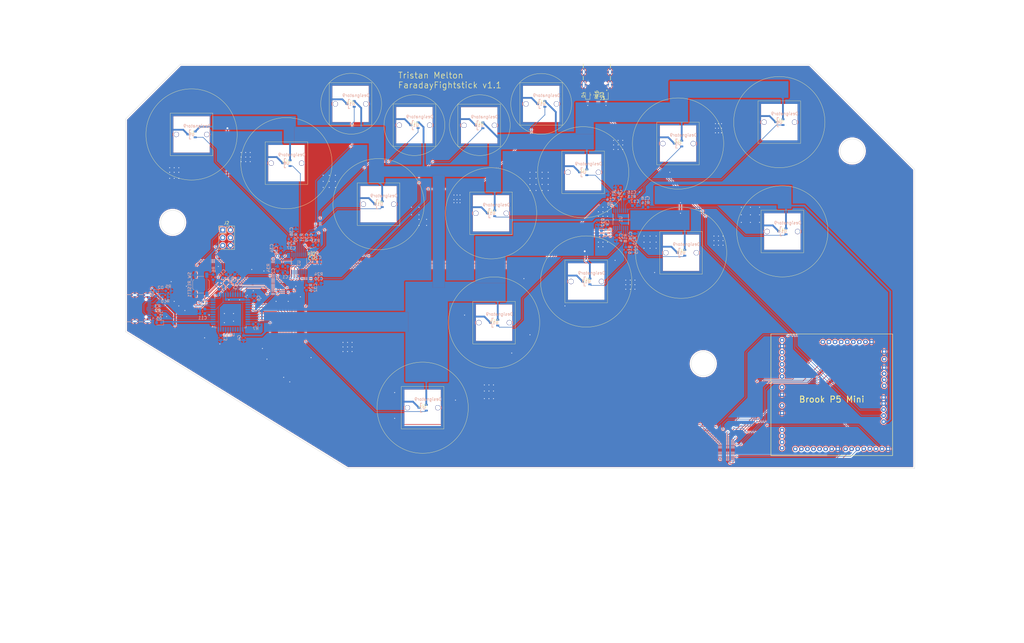
<source format=kicad_pcb>
(kicad_pcb (version 20240108) (generator "pcbnew") (generator_version "8.0")
  (layers (0 "F.Cu" signal) (31 "B.Cu" signal) (34 "B.Paste" user) (35 "F.Paste" user) (36 "B.SilkS" user "B.Silkscreen") (37 "F.SilkS" user "F.Silkscreen") (38 "B.Mask" user) (39 "F.Mask" user) (44 "Edge.Cuts" user))
  (net 0 "")
  (net 1 "Net-(U20-XTAL1)")
  (net 2 "GND")
  (net 3 "Net-(U20-XTAL2)")
  (net 4 "VCC")
  (net 5 "Net-(D2-K)")
  (net 6 "Net-(U20-UCAP)")
  (net 7 "/D+")
  (net 8 "/D-")
  (net 10 "Net-(J1-CC1)")
  (net 12 "Net-(J1-CC2)")
  (net 13 "Net-(U20-D+)")
  (net 14 "Net-(U20-D-)")
  (net 15 "Net-(U20-~{HWB}{slash}PE2)")
  (net 16 "HPA")
  (net 17 "SCLK")
  (net 18 "HKA")
  (net 19 "MKA")
  (net 20 "LKA")
  (net 21 "MOSI")
  (net 22 "SHKA")
  (net 23 "NOT_CS1")
  (net 24 "MISO")
  (net 25 "MPA")
  (net 26 "SHPA")
  (net 27 "LPA")
  (net 28 "UA")
  (net 29 "HOMEA")
  (net 30 "SELECTA")
  (net 31 "TURBOA")
  (net 32 "DA")
  (net 33 "LA")
  (net 34 "NOT_CS2")
  (net 35 "STARTA")
  (net 36 "RA")
  (net 37 "/TURBO")
  (net 39 "/SELECT")
  (net 40 "/HK")
  (net 41 "/D")
  (net 42 "/SHK")
  (net 44 "/MK")
  (net 46 "/MP")
  (net 47 "/L")
  (net 48 "/HP")
  (net 50 "/SHP")
  (net 51 "/LK")
  (net 52 "/R")
  (net 53 "/START")
  (net 54 "/LP")
  (net 55 "/HOME")
  (net 56 "/U")
  (net 58 "/RST")
  (net 59 "Net-(U3-VD)")
  (net 60 "Net-(U1-IN0)")
  (net 61 "Net-(U1-IN1)")
  (net 62 "Net-(U1-IN2)")
  (net 63 "Net-(U1-IN3)")
  (net 64 "Net-(U1-IN4)")
  (net 65 "Net-(U1-VD)")
  (net 66 "Net-(U1-IN7)")
  (net 67 "Net-(U1-IN6)")
  (net 68 "Net-(U1-IN5)")
  (net 69 "Net-(U3-IN7)")
  (net 70 "Net-(U3-IN6)")
  (net 71 "Net-(U3-IN5)")
  (net 72 "Net-(U3-IN0)")
  (net 73 "Net-(U3-IN1)")
  (net 74 "Net-(U3-IN2)")
  (net 75 "Net-(U3-IN3)")
  (net 76 "Net-(U3-IN4)")
  (net 77 "Net-(D3-A)")
  (net 78 "Net-(D5-A)")
  (net 81 "/D-_Brooks")
  (net 82 "/D+_Brooks")
  (net 83 "Net-(J3-CC1)")
  (net 84 "Net-(J3-CC2)")
  (footprint "key-switches:Gateron Jade Pro Magnetic" (layer "F.Cu") (at 141.2 102)
    (property "Reference" "U22")
    (property "Value" "~")
  )
  (footprint "Connector_PinHeader_2.54mm:PinHeader_2x03_P2.54mm_Vertical" (layer "F.Cu") (at 51.96 71.5)
    (property "Reference" "J2")
    (property "Value" "Conn_01x06_Pin")
  )
  (footprint "key-switches:Gateron Jade Pro Magnetic" (layer "F.Cu") (at 201.7 43.050002)
    (property "Reference" "U31")
    (property "Value" "~")
  )
  (footprint "key-switches:Gateron Jade Pro Magnetic" (layer "F.Cu") (at 117.7 130)
    (property "Reference" "U32")
    (property "Value" "~")
  )
  (footprint "key-switches:Gateron Jade Pro Magnetic" (layer "F.Cu") (at 115 37)
    (property "Reference" "U25")
    (property "Value" "~")
  )
  (footprint "key-switches:Gateron Jade Pro Magnetic" (layer "F.Cu") (at 41.7 40.050002)
    (property "Reference" "U2")
    (property "Value" "~")
  )
  (footprint "key-switches:Gateron Jade Pro Magnetic" (layer "F.Cu") (at 156.7 30)
    (property "Reference" "U33")
    (property "Value" "~")
  )
  (footprint "key-switches:Gateron Jade Pro Magnetic" (layer "F.Cu") (at 202.7 79)
    (property "Reference" "U30")
    (property "Value" "~")
  )
  (footprint "Diode_SMD:D_0603_1608Metric" (layer "F.Cu") (at 172 27 90)
    (property "Reference" "D4")
    (property "Value" "D")
  )
  (footprint "key-switches:Gateron Jade Pro Magnetic" (layer "F.Cu") (at 140.2 66)
    (property "Reference" "U23")
    (property "Value" "~")
  )
  (footprint "key-switches:Gateron Jade Pro Magnetic" (layer "F.Cu") (at 72.9 49.500003)
    (property "Reference" "U24")
    (property "Value" "~")
  )
  (footprint "Resistor_SMD:R_0603_1608Metric" (layer "F.Cu") (at 176.5 26.825 90)
    (property "Reference" "R1")
    (property "Value" "5.1k")
  )
  (footprint "Resistor_SMD:R_0603_1608Metric" (layer "F.Cu") (at 173.5 27 -90)
    (property "Reference" "R15")
    (property "Value" "5.1k")
  )
  (footprint "key-switches:Gateron Jade Pro Magnetic" (layer "F.Cu") (at 235 36.000003)
    (property "Reference" "U35")
    (property "Value" "~")
  )
  (footprint "USB4105_GF_A:GCT_USB4105-GF-A" (layer "F.Cu") (at 175 19.5 180)
    (property "Reference" "J3")
    (property "Value" "USB4105-GF-A")
  )
  (footprint "key-switches:Gateron Jade Pro Magnetic" (layer "F.Cu") (at 171.5 88.450001)
    (property "Reference" "U26")
    (property "Value" "~")
  )
  (footprint "Diode_SMD:D_0603_1608Metric" (layer "F.Cu") (at 178 27 90)
    (property "Reference" "D3")
    (property "Value" "D")
  )
  (footprint "key-switches:Gateron Jade Pro Magnetic" (layer "F.Cu") (at 103.2 63)
    (property "Reference" "U28")
    (property "Value" "~")
  )
  (footprint "key-switches:Gateron Jade Pro Magnetic" (layer "F.Cu") (at 170.5 52.500003)
    (property "Reference" "U27")
    (property "Value" "~")
  )
  (footprint "key-switches:Gateron Jade Pro Magnetic" (layer "F.Cu") (at 136.3 37.050002)
    (property "Reference" "U29")
    (property "Value" "~")
  )
  (footprint "key-switches:Gateron Jade Pro Magnetic" (layer "F.Cu") (at 94 30)
    (property "Reference" "U21")
    (property "Value" "~")
  )
  (footprint "Capacitor_SMD:C_0603_1608Metric" (layer "F.Cu") (at 81.5 79.5 180)
    (property "Reference" "C40")
    (property "Value" "1n")
  )
  (footprint "key-switches:Gateron Jade Pro Magnetic" (layer "F.Cu") (at 236 72)
    (property "Reference" "U34")
    (property "Value" "~")
  )
  (footprint "BrooksBoards:BrooksP5Mini" (layer "F.Cu") (at 252.25 125.75)
    (property "Reference" "U36" (hide yes))
    (property "Value" "~")
  )
  (footprint "Resistor_SMD:R_0603_1608Metric" (layer "F.Cu") (at 81.175 78 180)
    (property "Reference" "R32")
    (property "Value" "22")
  )
  (footprint "Capacitor_SMD:C_0603_1608Metric" (layer "B.Cu") (at 83.5 89 180)
    (property "Reference" "C30")
    (property "Value" "1n")
  )
  (footprint "Package_QFP:TQFP-44_10x10mm_P0.8mm" (layer "B.Cu") (at 54.5 98.5)
    (property "Reference" "U20")
    (property "Value" "ATmega32U4-A")
  )
  (footprint "Resistor_SMD:R_0603_1608Metric" (layer "B.Cu") (at 184 60.5 -90)
    (property "Reference" "R12")
    (property "Value" "22")
  )
  (footprint "Capacitor_SMD:C_0603_1608Metric" (layer "B.Cu") (at 181.5 74 90)
    (property "Reference" "C24")
    (property "Value" "1n")
  )
  (footprint "HallEffect:DBZ0003A_N" (layer "B.Cu") (at 156.7 30 180)
    (property "Reference" "U15")
    (property "Value" "DRV5053VAQDBZR")
  )
  (footprint "Capacitor_SMD:C_0603_1608Metric" (layer "B.Cu") (at 82.5 74 -90)
    (property "Reference" "C41")
    (property "Value" "1n")
  )
  (footprint "HallEffect:DBZ0003A_N" (layer "B.Cu") (at 170.5 52.5 180)
    (property "Reference" "U4")
    (property "Value" "DRV5053VAQDBZR")
  )
  (footprint "HallEffect:DBZ0003A_N" (layer "B.Cu") (at 136.3 37.05 180)
    (property "Reference" "U18")
    (property "Value" "DRV5053VAQDBZR")
  )
  (footprint "Capacitor_SMD:C_0603_1608Metric" (layer "B.Cu") (at 50.8 90.225 90)
    (property "Reference" "C7")
    (property "Value" "4.7u")
  )
  (footprint "HallEffect:DBZ0003A_N" (layer "B.Cu") (at 141.2 102 180)
    (property "Reference" "U12")
    (property "Value" "DRV5053VAQDBZR")
  )
  (footprint "Resistor_SMD:R_0603_1608Metric" (layer "B.Cu") (at 79.5 74 -90)
    (property "Reference" "R31")
    (property "Value" "22")
  )
  (footprint "Resistor_SMD:R_0603_1608Metric" (layer "B.Cu") (at 179.325 61.5)
    (property "Reference" "R8")
    (property "Value" "22")
  )
  (footprint "Capacitor_SMD:C_0603_1608Metric" (layer "B.Cu") (at 187.5 63.5 180)
    (property "Reference" "C17")
    (property "Value" "1n")
  )
  (footprint "Capacitor_SMD:C_0603_1608Metric" (layer "B.Cu") (at 179.5 60)
    (property "Reference" "C14")
    (property "Value" "1n")
  )
  (footprint "HallEffect:DBZ0003A_N" (layer "B.Cu") (at 235 36 180)
    (property "Reference" "U6")
    (property "Value" "DRV5053VAQDBZR")
  )
  (footprint "Resistor_SMD:R_0603_1608Metric" (layer "B.Cu") (at 82 80.5 180)
    (property "Reference" "R25")
    (property "Value" "22")
  )
  (footprint "Capacitor_SMD:C_0603_1608Metric" (layer "B.Cu") (at 52.512132 86.656497 -135)
    (property "Reference" "C10")
    (property "Value" "22p")
  )
  (footprint "Resistor_SMD:R_0603_1608Metric" (layer "B.Cu") (at 183 74.175 90)
    (property "Reference" "R18")
    (property "Value" "22")
  )
  (footprint "" (layer "B.Cu") (at 31.86 91.54 -90)
    (property "Reference" "")
    (property "Value" "")
  )
  (footprint "ADCs:MTC16" (layer "B.Cu") (at 77 82.5 -90)
    (property "Reference" "U3")
    (property "Value" "ADC108S022CIMTX/NOPB")
  )
  (footprint "Resistor_SMD:R_0603_1608Metric" (layer "B.Cu") (at 74.5 74.5)
    (property "Reference" "R29")
    (property "Value" "22")
  )
  (footprint "Resistor_SMD:R_0603_1608Metric" (layer "B.Cu") (at 191 64 180)
    (property "Reference" "R14")
    (property "Value" "22")
  )
  (footprint "Resistor_SMD:R_0603_1608Metric" (layer "B.Cu") (at 30.54 98.04 180)
    (property "Reference" "R3")
    (property "Value" "22")
  )
  (footprint "Diode_SMD:D_0603_1608Metric" (layer "B.Cu") (at 31 102 180)
    (property "Reference" "D5")
    (property "Value" "D")
  )
  (footprint "Resistor_SMD:R_0603_1608Metric" (layer "B.Cu") (at 186 75 90)
    (property "Reference" "R20")
    (property "Value" "22")
  )
  (footprint "Resistor_SMD:R_0603_1608Metric" (layer "B.Cu") (at 30.675 99.5 180)
    (property "Reference" "R9")
    (property "Value" "5.1k")
  )
  (footprint "Button_Switch_SMD:SW_SPST_TL3342" (layer "B.Cu") (at 44.8 89.5 -90)
    (property "Reference" "SW_RESET1")
    (property "Value" "SW_Push")
  )
  (footprint "Resistor_SMD:R_0603_1608Metric" (layer "B.Cu") (at 184.5 78 90)
    (property "Reference" "R19")
    (property "Value" "22")
  )
  (footprint "USB4105_GF_A:GCT_USB4105-GF-A" (layer "B.Cu") (at 23.04 97.24 90)
    (property "Reference" "J1")
    (property "Value" "USB4105-GF-A")
  )
  (footprint "Capacitor_SMD:C_0603_1608Metric" (layer "B.Cu") (at 51.3 107 -90)
    (property "Reference" "C3")
    (property "Value" "0.1u")
  )
  (footprint "Capacitor_SMD:C_0603_1608Metric" (layer "B.Cu") (at 177 69 90)
    (property "Reference" "C9")
    (property "Value" "0.1u")
  )
  (footprint "Capacitor_SMD:C_0603_1608Metric" (layer "B.Cu") (at 56.512132 86.656497 -45)
    (property "Reference" "C8")
    (property "Value" "22p")
  )
  (footprint "Resistor_SMD:R_0603_1608Metric" (layer "B.Cu") (at 182 60 -90)
    (property "Reference" "R11")
    (property "Value" "22")
  )
  (footprint "Capacitor_SMD:C_0603_1608Metric" (layer "B.Cu") (at 45.3 99)
    (property "Reference" "C11")
    (property "Value" "1u")
  )
  (footprint "Capacitor_SMD:C_0603_1608Metric" (layer "B.Cu") (at 186.5 78 90)
    (property "Reference" "C25")
    (property "Value" "1n")
  )
  (footprint "Capacitor_SMD:C_0603_1608Metric" (layer "B.Cu") (at 81 74 -90)
    (property "Reference" "C39")
    (property "Value" "1n")
  )
  (footprint "Capacitor_SMD:C_0603_1608Metric" (layer "B.Cu") (at 58.8 107 -90)
    (property "Reference" "C4")
    (property "Value" "0.1u")
  )
  (footprint "Capacitor_SMD:C_0603_1608Metric" (layer "B.Cu") (at 69.5 77.5 -90)
    (property "Reference" "C34")
    (property "Value" "1u")
  )
  (footprint "Capacitor_SMD:C_0603_1608Metric" (layer "B.Cu") (at 186.5 60.5 180)
    (property "Reference" "C16")
    (property "Value" "1n")
  )
  (footprint "HallEffect:DBZ0003A_N" (layer "B.Cu") (at 140.2 66 180)
    (property "Reference" "U11")
    (property "Value" "DRV5053VAQDBZR")
  )
  (footprint "HallEffect:DBZ0003A_N" (layer "B.Cu") (at 103.2 63 180)
    (property "Reference" "U10")
    (property "Value" "DRV5053VAQDBZR")
  )
  (footprint "Capacitor_SMD:C_0603_1608Metric" (layer "B.Cu") (at 70 84.275 -90)
    (property "Reference" "C2")
    (property "Value" "1u")
  )
  (footprint "Resistor_SMD:R_0603_1608Metric" (layer "B.Cu") (at 62.8 102.5)
    (property "Reference" "R7")
    (property "Value" "10k")
  )
  (footprint "HallEffect:DBZ0003A_N" (layer "B.Cu") (at 236 71.95 180)
    (property "Reference" "U14")
    (property "Value" "DRV5053VAQDBZR")
  )
  (footprint "Crystal:Crystal_SMD_SeikoEpson_FA238-4Pin_3.2x2.5mm" (layer "B.Cu") (at 54.512132 88.656497 45)
    (property "Reference" "Y2")
    (property "Value" "Crystal_GND24")
  )
  (footprint "Resistor_SMD:R_0603_1608Metric" (layer "B.Cu") (at 79.5 90.5 90)
    (property "Reference" "R26")
    (property "Value" "22")
  )
  (footprint "HallEffect:DBZ0003A_N" (layer "B.Cu") (at 202.7 79 180)
    (property "Reference" "U19")
    (property "Value" "DRV5053VAQDBZR")
  )
  (footprint "Capacitor_SMD:C_0603_1608Metric" (layer "B.Cu") (at 81 90.5 90)
    (property "Reference" "C32")
    (property "Value" "1n")
  )
  (footprint "HallEffect:DBZ0003A_N" (layer "B.Cu") (at 94 30 180)
    (property "Reference" "U16")
    (property "Value" "DRV5053VAQDBZR")
  )
  (footprint "Capacitor_SMD:C_0603_1608Metric" (layer "B.Cu") (at 178 72 90)
    (property "Reference" "C20")
    (property "Value" "1u")
  )
  (footprint "ADCs:MTC16" (layer "B.Cu") (at 182.8448 67.974999 -90)
    (property "Reference" "U1")
    (property "Value" "ADC108S022CIMTX/NOPB")
  )
  (footprint "Resistor_SMD:R_0603_1608Metric" (layer "B.Cu") (at 186.5 62 180)
    (property "Reference" "R13")
    (property "Value" "22")
  )
  (footprint "HallEffect:DBZ0003A_N" (layer "B.Cu") (at 171.5 88.45 180)
    (property "Reference" "U13")
    (property "Value" "DRV5053VAQDBZR")
  )
  (footprint "LED_SMD:LED_0201_0603Metric" (layer "B.Cu") (at 31.54 91.54 180)
    (property "Reference" "D2")
    (property "Value" "LED_RED")
  )
  (footprint "Capacitor_SMD:C_0603_1608Metric" (layer "B.Cu") (at 182 57.5)
    (property "Reference" "C15")
    (property "Value" "1n")
  )
  (footprint "Resistor_SMD:R_0603_1608Metric" (layer "B.Cu") (at 72.5 83.5)
    (property "Reference" "R34")
    (property "Value" "51")
  )
  (footprint "HallEffect:DBZ0003A_N" (layer "B.Cu") (at 117.7 130 180)
    (property "Reference" "U7")
    (property "Value" "DRV5053VAQDBZR")
  )
  (footprint "Capacitor_SMD:C_0603_1608Metric" (layer "B.Cu") (at 83 82 180)
    (property "Reference" "C31")
    (property "Value" "1n")
  )
  (footprint "Resistor_SMD:R_0603_1608Metric" (layer "B.Cu") (at 34.04 91.54 180)
    (property "Reference" "R5")
    (property "Value" "1k")
  )
  (footprint "HallEffect:DBZ0003A_N" (layer "B.Cu") (at 115 37 180)
    (property "Reference" "U17")
    (property "Value" "DRV5053VAQDBZR")
  )
  (footprint "Capacitor_SMD:C_0603_1608Metric" (layer "B.Cu") (at 72.5 85.5)
    (property "Reference" "C1")
    (property "Value" "0.1u")
  )
  (footprint "Resistor_SMD:R_0603_1608Metric" (layer "B.Cu") (at 178.5 69 -90)
    (property "Reference" "R27")
    (property "Value" "51")
  )
  (footprint "Capacitor_SMD:C_0603_1608Metric" (layer "B.Cu") (at 191 62.5 180)
    (property "Reference" "C18")
    (property "Value" "1n")
  )
  (footprint "Capacitor_SMD:C_0603_1608Metric" (layer "B.Cu") (at 176.5 72.5 90)
    (property "Reference" "C19")
    (property "Value" "0.1u")
  )
  (footprint "Resistor_SMD:R_0603_1608Metric" (layer "B.Cu") (at 30.54 96.54)
    (property "Reference" "R2")
    (property "Value" "22")
  )
  (footprint "Diode_SMD:D_0603_1608Metric" (layer "B.Cu") (at 30 92.5 -90)
    (property "Reference" "D6")
    (property "Value" "D")
  )
  (footprint "HallEffect:DBZ0003A_N" (layer "B.Cu") (at 41.7 40.05 180)
    (property "Reference" "U9")
    (property "Value" "DRV5053VAQDBZR")
  )
  (footprint "Capacitor_SMD:C_0603_1608Metric" (layer "B.Cu") (at 62.3 94 90)
    (property "Reference" "C6")
    (property "Value" "0.1u")
  )
  (footprint "Capacitor_SMD:C_0603_1608Metric" (layer "B.Cu") (at 74.5 76)
    (property "Reference" "C37")
    (property "Value" "1n")
  )
  (footprint "HallEffect:DBZ0003A_N" (layer "B.Cu") (at 72.9 49.5 180)
    (property "Reference" "U8")
    (property "Value" "DRV5053VAQDBZR")
  )
  (footprint "Capacitor_SMD:C_0603_1608Metric" (layer "B.Cu") (at 76 72 -90)
    (property "Reference" "C38")
    (property "Value" "1n")
  )
  (footprint "Resistor_SMD:R_0603_1608Metric" (layer "B.Cu") (at 77.5 74 -90)
    (property "Reference" "R30")
    (property "Value" "22")
  )
  (footprint "Resistor_SMD:R_0603_1608Metric" (layer "B.Cu") (at 33.04 93.54)
    (property "Reference" "R10")
    (property "Value" "5.1k")
  )
  (footprint "Capacitor_SMD:C_0603_1608Metric" (layer "B.Cu") (at 175.5 69 90)
    (property "Reference" "C12")
    (property "Value" "1u")
  )
  (footprint "Resistor_SMD:R_0603_1608Metric" (layer "B.Cu") (at 48.8 87 90)
    (property "Reference" "R6")
    (property "Value" "10k")
  )
  (footprint "Resistor_SMD:R_0603_1608Metric" (layer "B.Cu") (at 83.5 87.5 180)
    (property "Reference" "R24")
    (property "Value" "22")
  )
  (footprint "Resistor_SMD:R_0603_1608Metric" (layer "B.Cu") (at 82.5 76.5 180)
    (property "Reference" "R33")
    (property "Value" "22")
  )
  (footprint "Capacitor_SMD:C_0603_1608Metric" (layer "B.Cu") (at 187.5 73.5 -90)
    (property "Reference" "C26")
    (property "Value" "1n")
  )
  (footprint "HallEffect:DBZ0003A_N" (layer "B.Cu") (at 201.7 43.05 180)
    (property "Reference" "U5")
    (property "Value" "DRV5053VAQDBZR")
  )
  (footprint "Capacitor_SMD:C_0603_1608Metric" (layer "B.Cu") (at 45.3 97.5 180)
    (property "Reference" "C5")
    (property "Value" "0.1u")
  )
  (footprint "" (layer "B.Cu") (at 53.168629 88.868629)
    (property "Reference" "")
    (property "Value" "")
  )
  (footprint "Capacitor_SMD:C_0603_1608Metric" (layer "B.Cu") (at 71 78.275 -90)
    (property "Reference" "C33")
    (property "Value" "0.1u")
  )
  (gr_circle (center 156.7 30) (end 166.7 30) (stroke (width 0.1)) (fill none) (layer "F.SilkS"))
  (gr_circle (center 117.7 130) (end 132.7 130) (stroke (width 0.1)) (fill none) (layer "F.SilkS"))
  (gr_circle (center 201.7 43.050002) (end 216.7 43.050002) (stroke (width 0.1)) (fill none) (layer "F.SilkS"))
  (gr_circle (center 41.7 40.050002) (end 56.7 40.050002) (stroke (width 0.1)) (fill none) (layer "F.SilkS"))
  (gr_circle (center 115 37) (end 125 37) (stroke (width 0.1)) (fill none) (layer "F.SilkS"))
  (gr_circle (center 103.2 63) (end 118.2 63) (stroke (width 0.1)) (fill none) (layer "F.SilkS"))
  (gr_circle (center 202.7 79) (end 217.7 79) (stroke (width 0.1)) (fill none) (layer "F.SilkS"))
  (gr_circle (center 141.2 101.949998) (end 156.2 101.949998) (stroke (width 0.1)) (fill none) (layer "F.SilkS"))
  (gr_circle (center 171.5 88.450001) (end 186.5 88.450001) (stroke (width 0.1)) (fill none) (layer "F.SilkS"))
  (gr_circle (center 170.5 52.500003) (end 185.5 52.500003) (stroke (width 0.1)) (fill none) (layer "F.SilkS"))
  (gr_circle (center 235 36.000003) (end 250 36.000003) (stroke (width 0.1)) (fill none) (layer "F.SilkS"))
  (gr_circle (center 136.5 37) (end 146.5 37) (stroke (width 0.1)) (fill none) (layer "F.SilkS"))
  (gr_circle (center 94.2 29.949998) (end 104.2 29.949998) (stroke (width 0.1)) (fill none) (layer "F.SilkS"))
  (gr_circle (center 72.9 49.500003) (end 87.9 49.500003) (stroke (width 0.1)) (fill none) (layer "F.SilkS"))
  (gr_circle (center 140.2 66) (end 155.2 66) (stroke (width 0.1)) (fill none) (layer "F.SilkS"))
  (gr_circle (center 236 71.950001) (end 251 71.950001) (stroke (width 0.1)) (fill none) (layer "F.SilkS"))
  (gr_circle (center 35.5 69) (end 39.5 69) (stroke (width 0.1)) (fill none) (layer "Edge.Cuts"))
  (gr_line (start 20 35) (end 38 17) (stroke (width 0.1)) (layer "Edge.Cuts"))
  (gr_line (start 279.5 51.5) (end 279.514 150) (stroke (width 0.1)) (layer "Edge.Cuts"))
  (gr_line (start 245 17) (end 279.5 51.5) (stroke (width 0.1)) (layer "Edge.Cuts"))
  (gr_line (start 20 105) (end 20 35) (stroke (width 0.1)) (layer "Edge.Cuts"))
  (gr_circle (center 259 45.5) (end 263 45.5) (stroke (width 0.1)) (fill none) (layer "Edge.Cuts"))
  (gr_line (start 279.514 150) (end 93 150) (stroke (width 0.1)) (layer "Edge.Cuts"))
  (gr_circle (center 210 115.5) (end 214 115.5) (stroke (width 0.1)) (fill none) (layer "Edge.Cuts"))
  (gr_line (start 20 105) (end 93 150) (stroke (width 0.1)) (layer "Edge.Cuts"))
  (gr_line (start 38 17) (end 245 17) (stroke (width 0.1)) (layer "Edge.Cuts"))
  (gr_text "Tristan Melton\nFaradayFightstick v1.1" (at 109.5 25 0) (layer "F.SilkS") (effects (font (size 2 2) (thickness 0.2)) (justify left bottom)))
  (segment (start 57.06014 87.23986) (end 55.855635 88.444365) (width 0.2) (layer "B.Cu") (net 1))
  (segment (start 55.855635 90.494365) (end 54.5 91.85) (width 0.2) (layer "B.Cu") (net 1))
  (segment (start 55.855635 88.444365) (end 55.855635 90.494365) (width 0.2) (layer "B.Cu") (net 1))
  (segment (start 54.5 91.85) (end 54.5 92.8) (width 0.2) (layer "B.Cu") (net 1))
  (segment (start 57.06014 87.204505) (end 57.06014 87.23986) (width 0.2) (layer "B.Cu") (net 1))
  (via (at 184.5 91) (size 0.6) (drill 0.3) (layers "F.Cu" "B.Cu") (net 2))
  (via (at 186 91) (size 0.6) (drill 0.3) (layers "F.Cu" "B.Cu") (net 2))
  (via (at 87 53.5) (size 0.6) (drill 0.3) (layers "F.Cu" "B.Cu") (net 2))
  (via (at 153 52.5) (size 0.6) (drill 0.3) (layers "F.Cu" "B.Cu") (net 2))
  (via (at 57.5 94.5) (size 0.6) (drill 0.3) (layers "F.Cu" "B.Cu") (net 2))
  (via (at 129 60) (size 0.6) (drill 0.3) (layers "F.Cu" "B.Cu") (net 2))
  (via (at 180.5 45) (size 0.6) (drill 0.3) (layers "F.Cu" "B.Cu") (net 2))
  (via (at 216.5 73.5) (size 0.6) (drill 0.3) (layers "F.Cu" "B.Cu") (net 2))
  (via (at 175.5 67) (size 0.6) (drill 0.3) (layers "F.Cu" "B.Cu") (net 2))
  (via (at 128 61.5) (size 0.6) (drill 0.3) (layers "F.Cu" "B.Cu") (net 2))
  (via (at 216 39.5) (size 0.6) (drill 0.3) (layers "F.Cu" "B.Cu") (net 2))
  (via (at 128 62.5) (size 0.6) (drill 0.3) (layers "F.Cu" "B.Cu") (net 2))
  (via (at 215 39.5) (size 0.6) (drill 0.3) (layers "F.Cu" "B.Cu") (net 2))
  (via (at 164.5 96.5) (size 0.6) (drill 0.3) (layers "F.Cu" "B.Cu") (net 2))
  (via (at 50.5 83.5) (size 0.6) (drill 0.3) (layers "F.Cu" "B.Cu") (net 2))
  (via (at 187.5 91) (size 0.6) (drill 0.3) (layers "F.Cu" "B.Cu") (net 2))
  (via (at 87 57.5) (size 0.6) (drill 0.3) (layers "F.Cu" "B.Cu") (net 2))
  (via (at 186 88) (size 0.6) (drill 0.3) (layers "F.Cu" "B.Cu") (net 2))
  (via (at 216 36.5) (size 0.6) (drill 0.3) (layers "F.Cu" "B.Cu") (net 2))
  (via (at 59.5 46) (size 0.6) (drill 0.3) (layers "F.Cu" "B.Cu") (net 2))
  (via (at 192.5 73.5) (size 0.6) (drill 0.3) (layers "F.Cu" "B.Cu") (net 2))
  (via (at 114 64) (size 0.6) (drill 0.3) (layers "F.Cu" "B.Cu") (net 2))
  (via (at 216.5 75) (size 0.6) (drill 0.3) (layers "F.Cu" "B.Cu") (net 2))
  (via (at 190.5 77.5) (size 0.6) (drill 0.3) (layers "F.Cu" "B.Cu") (net 2))
  (via (at 182 43.5) (size 0.6) (drill 0.3) (layers "F.Cu" "B.Cu") (net 2))
  (via (at 153 106) (size 0.6) (drill 0.3) (layers "F.Cu" "B.Cu") (net 2))
  (via (at 157 52.5) (size 0.6) (drill 0.3) (layers "F.Cu" "B.Cu") (net 2))
  (via (at 216 38) (size 0.6) (drill 0.3) (layers "F.Cu" "B.Cu") (net 2))
  (via (at 93 110) (size 0.6) (drill 0.3) (layers "F.Cu" "B.Cu") (net 2))
  (via (at 141 124.5) (size 0.6) (drill 0.3) (layers "F.Cu" "B.Cu") (net 2))
  (via (at 55.5 101.5) (size 0.6) (drill 0.3) (layers "F.Cu" "B.Cu") (net 2))
  (via (at 155 52.5) (size 0.6) (drill 0.3) (layers "F.Cu" "B.Cu") (net 2))
  (via (at 57.5 107) (size 0.6) (drill 0.3) (layers "F.Cu" "B.Cu") (net 2))
  (via (at 89 55.5) (size 0.6) (drill 0.3) (layers "F.Cu" "B.Cu") (net 2))
  (via (at 159 52.5) (size 0.6) (drill 0.3) (layers "F.Cu" "B.Cu") (net 2))
  (via (at 131.5 99.5) (size 0.6) (drill 0.3) (layers "F.Cu" "B.Cu") (net 2))
  (via (at 130 62.5) (size 0.6) (drill 0.3) (layers "F.Cu" "B.Cu") (net 2))
  (via (at 194 85.5) (size 0.6) (drill 0.3) (layers "F.Cu" "B.Cu") (net 2))
  (via (at 187.5 89.5) (size 0.6) (drill 0.3) (layers "F.Cu" "B.Cu") (net 2))
  (via (at 139.5 127) (size 0.6) (drill 0.3) (layers "F.Cu" "B.Cu") (net 2))
  (via (at 58 47.5) (size 0.6) (drill 0.3) (layers "F.Cu" "B.Cu") (net 2))
  (via (at 175.5 75.5) (size 0.6) (drill 0.3) (layers "F.Cu" "B.Cu") (net 2))
  (via (at 85 55.5) (size 0.6) (drill 0.3) (layers "F.Cu" "B.Cu") (net 2))
  (via (at 60 93) (size 0.6) (drill 0.3) (layers "F.Cu" "B.Cu") (net 2))
  (via (at 214 38) (size 0.6) (drill 0.3) (layers "F.Cu" "B.Cu") (net 2))
  (via (at 199 52.5) (size 0.6) (drill 0.3) (layers "F.Cu" "B.Cu") (net 2))
  (via (at 89 53.5) (size 0.6) (drill 0.3) (layers "F.Cu" "B.Cu") (net 2))
  (via (at 228.5 66.5) (size 0.6) (drill 0.3) (layers "F.Cu" "B.Cu") (net 2))
  (via (at 186 89.5) (size 0.6) (drill 0.3) (layers "F.Cu" "B.Cu") (net 2))
  (via (at 37.5 96.5) (size 0.6) (drill 0.3) (layers "F.Cu" "B.Cu") (net 2))
  (via (at 178.5 64) (size 0.6) (drill 0.3) (layers "F.Cu" "B.Cu") (net 2))
  (via (at 159 54.5) (size 0.6) (drill 0.3) (layers "F.Cu" "B.Cu") (net 2))
  (via (at 180.5 42) (size 0.6) (drill 0.3) (layers "F.Cu" "B.Cu") (net 2))
  (via (at 119 70) (size 0.6) (drill 0.3) (layers "F.Cu" "B.Cu") (net 2))
  (via (at 55.5 99) (size 0.6) (drill 0.3) (layers "F.Cu" "B.Cu") (net 2))
  (via (at 46 107) (size 0.6) (drill 0.3) (layers "F.Cu" "B.Cu") (net 2))
  (via (at 130 61.5) (size 0.6) (drill 0.3) (layers "F.Cu" "B.Cu") (net 2))
  (via (at 52.5 99) (size 0.6) (drill 0.3) (layers "F.Cu" "B.Cu") (net 2))
  (via (at 225.5 69) (size 0.6) (drill 0.3) (layers "F.Cu" "B.Cu") (net 2))
  (via (at 155 58.5) (size 0.6) (drill 0.3) (layers "F.Cu" "B.Cu") (net 2))
  (via (at 141 127) (size 0.6) (drill 0.3) (layers "F.Cu" "B.Cu") (net 2))
  (via (at 213.5 76.5) (size 0.6) (drill 0.3) (layers "F.Cu" "B.Cu") (net 2))
  (via (at 34.5 52.5) (size 0.6) (drill 0.3) (layers "F.Cu" "B.Cu") (net 2))
  (via (at 36 52.5) (size 0.6) (drill 0.3) (layers "F.Cu" "B.Cu") (net 2))
  (via (at 157 58.5) (size 0.6) (drill 0.3) (layers "F.Cu" "B.Cu") (net 2))
  (via (at 177 67) (size 0.6) (drill 0.3) (layers "F.Cu" "B.Cu") (net 2))
  (via (at 213.5 75) (size 0.6) (drill 0.3) (layers "F.Cu" "B.Cu") (net 2))
  (via (at 190.5 73.5) (size 0.6) (drill 0.3) (layers "F.Cu" "B.Cu") (net 2))
  (via (at 116.5 68) (size 0.6) (drill 0.3) (layers "F.Cu" "B.Cu") (net 2))
  (via (at 216.5 76.5) (size 0.6) (drill 0.3) (layers "F.Cu" "B.Cu") (net 2))
  (via (at 214 36.5) (size 0.6) (drill 0.3) (layers "F.Cu" "B.Cu") (net 2))
  (via (at 187.5 88) (size 0.6) (drill 0.3) (layers "F.Cu" "B.Cu") (net 2))
  (via (at 36 95) (size 0.6) (drill 0.3) (layers "F.Cu" "B.Cu") (net 2))
  (via (at 213.5 73.5) (size 0.6) (drill 0.3) (layers "F.Cu" "B.Cu") (net 2))
  (via (at 128 60) (size 0.6) (drill 0.3) (layers "F.Cu" "B.Cu") (net 2))
  (via (at 33.5 100) (size 0.6) (drill 0.3) (layers "F.Cu" "B.Cu") (net 2))
  (via (at 157 54.5) (size 0.6) (drill 0.3) (layers "F.Cu" "B.Cu") (net 2))
  (via (at 89 57.5) (size 0.6) (drill 0.3) (layers "F.Cu" "B.Cu") (net 2))
  (via (at 138 122.5) (size 0.6) (drill 0.3) (layers "F.Cu" "B.Cu") (net 2))
  (via (at 175.5 65.5) (size 0.6) (drill 0.3) (layers "F.Cu" "B.Cu") (net 2))
  (via (at 177 64) (size 0.6) (drill 0.3) (layers "F.Cu" "B.Cu") (net 2))
  (via (at 35 88.5) (size 0.6) (drill 0.3) (layers "F.Cu" "B.Cu") (net 2))
  (via (at 116.5 66.5) (size 0.6) (drill 0.3) (layers "F.Cu" "B.Cu") (net 2))
  (via (at 59.5 49) (size 0.6) (drill 0.3) (layers "F.Cu" "B.Cu") (net 2))
  (via (at 61 47.5) (size 0.6) (drill 0.3) (layers "F.Cu" "B.Cu") (net 2))
  (via (at 36 54.5) (size 0.6) (drill 0.3) (layers "F.Cu" "B.Cu") (net 2))
  (via (at 194.5 73.5) (size 0.6) (drill 0.3) (layers "F.Cu" "B.Cu") (net 2))
  (via (at 87 55.5) (size 0.6) (drill 0.3) (layers "F.Cu" "B.Cu") (net 2))
  (via (at 93 111.5) (size 0.6) (drill 0.3) (layers "F.Cu" "B.Cu") (net 2))
  (via (at 76 90) (size 0.6) (drill 0.3) (layers "F.Cu" "B.Cu") (net 2))
  (via (at 37.5 51) (size 0.6) (drill 0.3) (layers "F.Cu" "B.Cu") (net 2))
  (via (at 94.5 108.5) (size 0.6) (drill 0.3) (layers "F.Cu" "B.Cu") (net 2))
  (via (at 139.5 122.5) (size 0.6) (drill 0.3) (layers "F.Cu" "B.Cu") (net 2))
  (via (at 91.5 111.5) (size 0.6) (drill 0.3) (layers "F.Cu" "B.Cu") (net 2))
  (via (at 116.5 70) (size 0.6) (drill 0.3) (layers "F.Cu" "B.Cu") (net 2))
  (via (at 191.5 60.5) (size 0.6) (drill 0.3) (layers "F.Cu" "B.Cu") (net 2))
  (via (at 184.5 89.5) (size 0.6) (drill 0.3) (layers "F.Cu" "B.Cu") (net 2))
  (via (at 119 68) (size 0.6) (drill 0.3) (layers "F.Cu" "B.Cu") (net 2))
  (via (at 153 54.5) (size 0.6) (drill 0.3) (layers "F.Cu" "B.Cu") (net 2))
  (via (at 64.5 94) (size 0.6) (drill 0.3) (layers "F.Cu" "B.Cu") (net 2))
  (via (at 51 109) (size 0.6) (drill 0.3) (layers "F.Cu" "B.Cu") (net 2))
  (via (at 178.5 65.5) (size 0.6) (drill 0.3) (layers "F.Cu" "B.Cu") (net 2))
  (via (at 194.5 75.5) (size 0.6) (drill 0.3) (layers "F.Cu" "B.Cu") (net 2))
  (via (at 159 56.5) (size 0.6) (drill 0.3) (layers "F.Cu" "B.Cu") (net 2))
  (via (at 114 66.5) (size 0.6) (drill 0.3) (layers "F.Cu" "B.Cu") (net 2))
  (via (at 77.5 93.5) (size 0.6) (drill 0.3) (layers "F.Cu" "B.Cu") (net 2))
  (via (at 62 91.5) (size 0.6) (drill 0.3) (layers "F.Cu" "B.Cu") (net 2))
  (via (at 72 120) (size 0.6) (drill 0.3) (layers "F.Cu" "B.Cu") (net 2))
  (via (at 65 110.5) (size 0.6) (drill 0.3) (layers "F.Cu" "B.Cu") (net 2))
  (via (at 129 62.5) (size 0.6) (drill 0.3) (layers "F.Cu" "B.Cu") (net 2))
  (via (at 74 121.5) (size 0.6) (drill 0.3) (layers "F.Cu" "B.Cu") (net 2))
  (via (at 155 56.5) (size 0.6) (drill 0.3) (layers "F.Cu" "B.Cu") (net 2))
  (via (at 182 45) (size 0.6) (drill 0.3) (layers "F.Cu" "B.Cu") (net 2))
  (via (at 52.5 102) (size 0.6) (drill 0.3) (layers "F.Cu" "B.Cu") (net 2))
  (via (at 139.5 124.5) (size 0.6) (drill 0.3) (layers "F.Cu" "B.Cu") (net 2))
  (via (at 130 60) (size 0.6) (drill 0.3) (layers "F.Cu" "B.Cu") (net 2))
  (via (at 34.5 51) (size 0.6) (drill 0.3) (layers "F.Cu" "B.Cu") (net 2))
  (via (at 66.5 114) (size 0.6) (drill 0.3) (layers "F.Cu" "B.Cu") (net 2))
  (via (at 73.5 95) (size 0.6) (drill 0.3) (layers "F.Cu" "B.Cu") (net 2))
  (via (at 190.5 75.5) (size 0.6) (drill 0.3) (layers "F.Cu" "B.Cu") (net 2))
  (via (at 33.5 95) (size 0.6) (drill 0.3) (layers "F.Cu" "B.Cu") (net 2))
  (via (at 215 76.5) (size 0.6) (drill 0.3) (layers "F.Cu" "B.Cu") (net 2))
  (via (at 54 94.5) (size 0.6) (drill 0.3) (layers "F.Cu" "B.Cu") (net 2))
  (via (at 58 46) (size 0.6) (drill 0.3) (layers "F.Cu" "B.Cu") (net 2))
  (via (at 215 38) (size 0.6) (drill 0.3) (layers "F.Cu" "B.Cu") (net 2))
  (via (at 177 77) (size 0.6) (drill 0.3) (layers "F.Cu" "B.Cu") (net 2))
  (via (at 37.5 52.5) (size 0.6) (drill 0.3) (layers "F.Cu" "B.Cu") (net 2))
  (via (at 138 127) (size 0.6) (drill 0.3) (layers "F.Cu" "B.Cu") (net 2))
  (via (at 37.5 54.5) (size 0.6) (drill 0.3) (layers "F.Cu" "B.Cu") (net 2))
  (via (at 91.5 110) (size 0.6) (drill 0.3) (layers "F.Cu" "B.Cu") (net 2))
  (via (at 40 90) (size 0.6) (drill 0.3) (layers "F.Cu" "B.Cu") (net 2))
  (via (at 180.5 43.5) (size 0.6) (drill 0.3) (layers "F.Cu" "B.Cu") (net 2))
  (via (at 85 53.5) (size 0.6) (drill 0.3) (layers "F.Cu" "B.Cu") (net 2))
  (via (at 215 75) (size 0.6) (drill 0.3) (layers "F.Cu" "B.Cu") (net 2))
  (via (at 177 65.5) (size 0.6) (drill 0.3) (layers "F.Cu" "B.Cu") (net 2))
  (via (at 108.5 125) (size 0.6) (drill 0.3) (layers "F.Cu" "B.Cu") (net 2))
  (via (at 47.5 99.5) (size 0.6) (drill 0.3) (layers "F.Cu" "B.Cu") (net 2))
  (via (at 153 56.5) (size 0.6) (drill 0.3) (layers "F.Cu" "B.Cu") (net 2))
  (via (at 129 61.5) (size 0.6) (drill 0.3) (layers "F.Cu" "B.Cu") (net 2))
  (via (at 58 49) (size 0.6) (drill 0.3) (layers "F.Cu" "B.Cu") (net 2))
  (via (at 228.5 69) (size 0.6) (drill 0.3) (layers "F.Cu" "B.Cu") (net 2))
  (via (at 93 108.5) (size 0.6) (drill 0.3) (layers "F.Cu" "B.Cu") (net 2))
  (via (at 91.5 108.5) (size 0.6) (drill 0.3) (layers "F.Cu" "B.Cu") (net 2))
  (via (at 225.5 66.5) (size 0.6) (drill 0.3) (layers "F.Cu" "B.Cu") (net 2))
  (via (at 147 112) (size 0.6) (drill 0.3) (layers "F.Cu" "B.Cu") (net 2))
  (via (at 94.5 111.5) (size 0.6) (drill 0.3) (layers "F.Cu" "B.Cu") (net 2))
  (via (at 184.5 88) (size 0.6) (drill 0.3) (layers "F.Cu" "B.Cu") (net 2))
  (via (at 59.5 47.5) (size 0.6) (drill 0.3) (layers "F.Cu" "B.Cu") (net 2))
  (via (at 108.5 133.5) (size 0.6) (drill 0.3) (layers "F.Cu" "B.Cu") (net 2))
  (via (at 222.5 69) (size 0.6) (drill 0.3) (layers "F.Cu" "B.Cu") (net 2))
  (via (at 157 56.5) (size 0.6) (drill 0.3) (layers "F.Cu" "B.Cu") (net 2))
  (via (at 183.5 42) (size 0.6) (drill 0.3) (layers "F.Cu" "B.Cu") (net 2))
  (via (at 138 124.5) (size 0.6) (drill 0.3) (layers "F.Cu" "B.Cu") (net 2))
  (via (at 181 81.5) (size 0.6) (drill 0.3) (layers "F.Cu" "B.Cu") (net 2))
  (via (at 36 51) (size 0.6) (drill 0.3) (layers "F.Cu" "B.Cu") (net 2))
  (via (at 34.5 54.5) (size 0.6) (drill 0.3) (layers "F.Cu" "B.Cu") (net 2))
  (via (at 39.5 98) (size 0.6) (drill 0.3) (layers "F.Cu" "B.Cu") (net 2))
  (via (at 194.5 77.5) (size 0.6) (drill 0.3) (layers "F.Cu" "B.Cu") (net 2))
  (via (at 222.5 66.5) (size 0.6) (drill 0.3) (layers "F.Cu" "B.Cu") (net 2))
  (via (at 81 113.5) (size 0.6) (drill 0.3) (layers "F.Cu" "B.Cu") (net 2))
  (via (at 155 54.5) (size 0.6) (drill 0.3) (layers "F.Cu" "B.Cu") (net 2))
  (via (at 151 87.5) (size 0.6) (drill 0.3) (layers "F.Cu" "B.Cu") (net 2))
  (via (at 85 57.5) (size 0.6) (drill 0.3) (layers "F.Cu" "B.Cu") (net 2))
  (via (at 175.5 77) (size 0.6) (drill 0.3) (layers "F.Cu" "B.Cu") (net 2))
  (via (at 61.5 84.5) (size 0.6) (drill 0.3) (layers "F.Cu" "B.Cu") (net 2))
  (via (at 192.5 75.5) (size 0.6) (drill 0.3) (layers "F.Cu" "B.Cu") (net 2))
  (via (at 94.5 110) (size 0.6) (drill 0.3) (layers "F.Cu" "B.Cu") (net 2))
  (via (at 65.5 85) (size 0.6) (drill 0.3) (layers "F.Cu" "B.Cu") (net 2))
  (via (at 159 58.5) (size 0.6) (drill 0.3) (layers "F.Cu" "B.Cu") (net 2))
  (via (at 61 46) (size 0.6) (drill 0.3) (layers "F.Cu" "B.Cu") (net 2))
  (via (at 183.5 43.5) (size 0.6) (drill 0.3) (layers "F.Cu" "B.Cu") (net 2))
  (via (at 222.5 64) (size 0.6) (drill 0.3) (layers "F.Cu" "B.Cu") (net 2))
  (via (at 189 59) (size 0.6) (drill 0.3) (layers "F.Cu" "B.Cu") (net 2))
  (via (at 141 122.5) (size 0.6) (drill 0.3) (layers "F.Cu" "B.Cu") (net 2))
  (via (at 128.5 127.5) (size 0.6) (drill 0.3) (layers "F.Cu" "B.Cu") (net 2))
  (via (at 215 73.5) (size 0.6) (drill 0.3) (layers "F.Cu" "B.Cu") (net 2))
  (via (at 225.5 64) (size 0.6) (drill 0.3) (layers "F.Cu" "B.Cu") (net 2))
  (via (at 153 58.5) (size 0.6) (drill 0.3) (layers "F.Cu" "B.Cu") (net 2))
  (via (at 182 42) (size 0.6) (drill 0.3) (layers "F.Cu" "B.Cu") (net 2))
  (via (at 192.5 77.5) (size 0.6) (drill 0.3) (layers "F.Cu" "B.Cu") (net 2))
  (via (at 116.5 64) (size 0.6) (drill 0.3) (layers "F.Cu" "B.Cu") (net 2))
  (via (at 177 75.5) (size 0.6) (drill 0.3) (layers "F.Cu" "B.Cu") (net 2))
  (via (at 61 49) (size 0.6) (drill 0.3) (layers "F.Cu" "B.Cu") (net 2))
  (via (at 214 39.5) (size 0.6) (drill 0.3) (layers "F.Cu" "B.Cu") (net 2))
  (via (at 215 36.5) (size 0.6) (drill 0.3) (layers "F.Cu" "B.Cu") (net 2))
  (via (at 69.5 95) (size 0.6) (drill 0.3) (layers "F.Cu" "B.Cu") (net 2))
  (via (at 228.5 64) (size 0.6) (drill 0.3) (layers "F.Cu" "B.Cu") (net 2))
  (via (at 178.5 67) (size 0.6) (drill 0.3) (layers "F.Cu" "B.Cu") (net 2))
  (via (at 183.5 45) (size 0.6) (drill 0.3) (layers "F.Cu" "B.Cu") (net 2))
  (via (at 178.5 75.5) (size 0.6) (drill 0.3) (layers "F.Cu" "B.Cu") (net 2))
  (segment (start 27.795 93.495) (end 27.22 92.92) (width 0.2) (layer "B.Cu") (net 2))
  (segment (start 231.799997 34) (end 228 34) (width 0.6) (layer "B.Cu") (net 2))
  (segment (start 200.5 43.050002) (end 198.449998 41) (width 0.6) (layer "B.Cu") (net 2))
  (segment (start 135.1 37.050002) (end 133.049998 35) (width 0.6) (layer "B.Cu") (net 2))
  (segment (start 232.849999 70) (end 229 70) (width 0.6) (layer "B.Cu") (net 2))
  (segment (start 92.8 30) (end 91.3 28.5) (width 0.6) (layer "B.Cu") (net 2))
  (segment (start 27.795 100.985) (end 27.22 101.56) (width 0.2) (layer "B.Cu") (net 2))
  (segment (start 163 50.5) (end 162 50.5) (width 0.6) (layer "B.Cu") (net 2))
  (segment (start 140 102) (end 138 100) (width 0.6) (layer "B.Cu") (net 2))
  (segment (start 100 61) (end 96.5 61) (width 0.6) (layer "B.Cu") (net 2))
  (segment (start 234.8 71.950001) (end 232.849999 70) (width 0.6) (layer "B.Cu") (net 2))
  (segment (start 27.795 100.44) (end 27.795 100.985) (width 0.2) (layer "B.Cu") (net 2))
  (segment (start 168.349999 86.5) (end 164.5 86.5) (width 0.6) (layer "B.Cu") (net 2))
  (segment (start 201.5 79) (end 199.5 77) (width 0.6) (layer "B.Cu") (net 2))
  (segment (start 114.5 128) (end 111 128) (width 0.6) (layer "B.Cu") (net 2))
  (segment (start 133.049998 35) (end 128.5 35) (width 0.6) (layer "B.Cu") (net 2))
  (segment (start 170.3 88.450001) (end 168.349999 86.5) (width 0.6) (layer "B.Cu") (net 2))
  (segment (start 91.3 28.5) (end 87 28.5) (width 0.6) (layer "B.Cu") (net 2))
  (segment (start 139 66) (end 137 64) (width 0.6) (layer "B.Cu") (net 2))
  (segment (start 169.3 52.500003) (end 167.299997 50.5) (width 0.6) (layer "B.Cu") (net 2))
  (segment (start 113.8 37) (end 111.8 35) (width 0.6) (layer "B.Cu") (net 2))
  (segment (start 155.5 30) (end 153.5 28) (width 0.6) (layer "B.Cu") (net 2))
  (segment (start 71.7 49.500003) (end 69.699997 47.5) (width 0.6) (layer "B.Cu") (net 2))
  (segment (start 137 64) (end 133.5 64) (width 0.6) (layer "B.Cu") (net 2))
  (segment (start 233.8 36.000003) (end 231.799997 34) (width 0.6) (layer "B.Cu") (net 2))
  (segment (start 138 100) (end 134 100) (width 0.6) (layer "B.Cu") (net 2))
  (segment (start 40.5 40.050002) (end 38.949998 38.5) (width 0.6) (layer "B.Cu") (net 2))
  (segment (start 153.5 28) (end 150 28) (width 0.6) (layer "B.Cu") (net 2))
  (segment (start 116.5 130) (end 114.5 128) (width 0.6) (layer "B.Cu") (net 2))
  (segment (start 69.699997 47.5) (end 66 47.5) (width 0.6) (layer "B.Cu") (net 2))
  (segment (start 167.299997 50.5) (end 163 50.5) (width 0.6) (layer "B.Cu") (net 2))
  (segment (start 54.3 90) (end 54.3 87.737258) (width 0.2) (layer "B.Cu") (net 2))
  (segment (start 27.795 94.04) (end 27.795 93.495) (width 0.2) (layer "B.Cu") (net 2))
  (segment (start 38.949998 38.5) (end 35 38.5) (width 0.6) (layer "B.Cu") (net 2))
  (segment (start 54.3 87.737258) (end 54.724264 87.312994) (width 0.2) (layer "B.Cu") (net 2))
  (segment (start 102 63) (end 100 61) (width 0.6) (layer "B.Cu") (net 2))
  (segment (start 198.449998 41) (end 194 41) (width 0.6) (layer "B.Cu") (net 2))
  (segment (start 199.5 77) (end 195.5 77) (width 0.6) (layer "B.Cu") (net 2))
  (segment (start 111.8 35) (end 108.5 35) (width 0.6) (layer "B.Cu") (net 2))
  (segment (start 53.168629 88.868629) (end 53.168629 91.643629) (width 0.2) (layer "B.Cu") (net 3))
  (segment (start 51.964124 87.204505) (end 53.168629 88.40901) (width 0.2) (layer "B.Cu") (net 3))
  (segment (start 53.168629 88.40901) (end 53.168629 88.868629) (width 0.2) (layer "B.Cu") (net 3))
  (segment (start 53.168629 91.643629) (end 53.7 92.175) (width 0.2) (layer "B.Cu") (net 3))
  (segment (start 53.7 92.175) (end 53.7 92.8) (width 0.2) (layer "B.Cu") (net 3))
  (segment (start 36.25 98.881371) (end 28.75 91.381371) (width 0.6) (layer "F.Cu") (net 4))
  (segment (start 55 65) (end 54.5 65.5) (width 0.6) (layer "F.Cu") (net 4))
  (segment (start 202.5 66) (end 202.5 62.5) (width 0.6) (layer "F.Cu") (net 4))
  (segment (start 70 80) (end 55 65) (width 0.6) (layer "F.Cu") (net 4))
  (segment (start 36.25 103) (end 36.25 98.881371) (width 0.6) (layer "F.Cu") (net 4))
  (segment (start 171.5 79) (end 171 78.5) (width 0.6) (layer "F.Cu") (net 4))
  (segment (start 53.5 63.5) (end 53.5 38) (width 0.6) (layer "F.Cu") (net 4))
  (segment (start 178 27.7875) (end 178 30.5) (width 0.2) (layer "F.Cu") (net 4))
  (segment (start 171.5 81.5) (end 171.5 79) (width 0.6) (layer "F.Cu") (net 4))
  (segment (start 54.5 65.5) (end 54.5 71.5) (width 0.6) (layer "F.Cu") (net 4))
  (segment (start 172 27.7875) (end 172 30.5) (width 0.2) (layer "F.Cu") (net 4))
  (segment (start 28.75 91.381371) (end 28.75 90.75) (width 0.6) (layer "F.Cu") (net 4))
  (segment (start 55 65) (end 53.5 63.5) (width 0.6) (layer "F.Cu") (net 4))
  (via (at 171 78.5) (size 1) (drill 0.6) (layers "F.Cu" "B.Cu") (net 4))
  (via (at 178 30.5) (size 0.6) (drill 0.3) (layers "F.Cu" "B.Cu") (net 4))
  (via (at 171.5 81.5) (size 1) (drill 0.6) (layers "F.Cu" "B.Cu") (net 4))
  (via (at 28.75 90.75) (size 0.6) (drill 0.3) (layers "F.Cu" "B.Cu") (net 4))
  (via (at 202.5 66) (size 0.6) (drill 0.3) (layers "F.Cu" "B.Cu") (net 4))
  (via (at 202.5 62.5) (size 0.6) (drill 0.3) (layers "F.Cu" "B.Cu") (net 4))
  (via (at 53.5 38) (size 1) (drill 0.6) (layers "F.Cu" "B.Cu") (net 4))
  (via (at 172 30.5) (size 0.6) (drill 0.3) (layers "F.Cu" "B.Cu") (net 4))
  (via (at 36.25 103) (size 0.6) (drill 0.3) (layers "F.Cu" "B.Cu") (net 4))
  (via (at 70 80) (size 1) (drill 0.6) (layers "F.Cu" "B.Cu") (net 4))
  (segment (start 50.5 97) (end 50.5 101.5) (width 0.2) (layer "B.Cu") (net 4))
  (segment (start 72 81.309599) (end 74.559602 81.309599) (width 0.2) (layer "B.Cu") (net 4))
  (segment (start 172.7 87.5) (end 172.7 82.7) (width 0.6) (layer "B.Cu") (net 4))
  (segment (start 174.825 68.175) (end 178.5 68.175) (width 0.6) (layer "B.Cu") (net 4))
  (segment (start 203.9 78.049999) (end 203.9 71.4) (width 0.6) (layer "B.Cu") (net 4))
  (segment (start 270.65 134.6) (end 271.5 133.75) (width 0.6) (layer "B.Cu") (net 4))
  (segment (start 58.5 95.3) (end 58.5 104.2) (width 0.2) (layer "B.Cu") (net 4))
  (segment (start 58.8 104.5) (end 58.5 104.2) (width 0.2) (layer "B.Cu") (net 4))
  (segment (start 161.5 32.649999) (end 161.5 40.5) (width 0.6) (layer "B.Cu") (net 4))
  (segment (start 30 91.7125) (end 31.0475 91.7125) (width 0.2) (layer "B.Cu") (net 4))
  (segment (start 52.175 95.3) (end 58.5 95.3) (width 0.2) (layer "B.Cu") (net 4))
  (segment (start 74.1 48.550002) (end 74.1 42.1) (width 0.6) (layer "B.Cu") (net 4))
  (segment (start 31.7875 102) (end 32.0875 101.7) (width 0.6) (layer "B.Cu") (net 4))
  (segment (start 70 80) (end 70 78.775) (width 0.2) (layer "B.Cu") (net 4))
  (segment (start 52.1 91.825) (end 52.1 92.8) (width 0.2) (layer "B.Cu") (net 4))
  (segment (start 141.4 58.4) (end 141 58) (width 0.6) (layer "B.Cu") (net 4))
  (segment (start 178.5 68.175) (end 182.5 68.175) (width 0.6) (layer "B.Cu") (net 4))
  (segment (start 50.8 91) (end 51.275 91) (width 0.2) (layer "B.Cu") (net 4))
  (segment (start 35.5 101.7) (end 48.8 101.7) (width 0.6) (layer "B.Cu") (net 4))
  (segment (start 116.400001 36.049999) (end 118 37.649998) (width 0.6) (layer "B.Cu") (net 4))
  (segment (start 172.7 82.7) (end 171.5 81.5) (width 0.6) (layer "B.Cu") (net 4))
  (segment (start 52.1 95.225) (end 52.1 92.8) (width 0.2) (layer "B.Cu") (net 4))
  (segment (start 70 80) (end 71.309599 81.309599) (width 0.2) (layer "B.Cu") (net 4))
  (segment (start 74.559602 81.309599) (end 75.374999 80.494202) (width 0.2) (layer "B.Cu") (net 4))
  (segment (start 28.75 90.75) (end 29.0375 90.75) (width 0.6) (layer "B.Cu") (net 4))
  (segment (start 29.0375 90.75) (end 30 91.7125) (width 0.6) (layer "B.Cu") (net 4))
  (segment (start 35.5 102.25) (end 36.25 103) (width 0.6) (layer "B.Cu") (net 4))
  (segment (start 58.5 95.3) (end 60.2 95.3) (width 0.2) (layer "B.Cu") (net 4))
  (segment (start 271.5 91.75) (end 243.25 63.5) (width 0.6) (layer "B.Cu") (net 4))
  (segment (start 181.219799 68.175) (end 181.219799 65.130199) (width 0.2) (layer "B.Cu") (net 4))
  (segment (start 50.4125 96.9125) (end 50.5 97) (width 0.2) (layer "B.Cu") (net 4))
  (segment (start 46.075 97.5) (end 46.275 97.7) (width 0.2) (layer "B.Cu") (net 4))
  (segment (start 48.8 89) (end 48.8 87.825) (width 0.2) (layer "B.Cu") (net 4))
  (segment (start 51.275 91) (end 52.1 91.825) (width 0.2) (layer "B.Cu") (net 4))
  (segment (start 50.4125 96.9125) (end 52.1 95.225) (width 0.2) (layer "B.Cu") (net 4))
  (segment (start 31.0475 91.7125) (end 31.22 91.54) (width 0.2) (layer "B.Cu") (net 4))
  (segment (start 236.2 28.2) (end 235.5 27.5) (width 0.6) (layer "B.Cu") (net 4))
  (segment (start 70.05 80) (end 71 79.05) (width 0.2) (layer "B.Cu") (net 4))
  (segment (start 74 42) (end 74.1 42.1) (width 0.6) (layer "B.Cu") (net 4))
  (segment (start 202.9 42.100001) (end 202.9 35.9) (width 0.6) (layer "B.Cu") (net 4))
  (segment (start 64.775 106.225) (end 66.5 104.5) (width 0.6) (layer "B.Cu") (net 4))
  (segment (start 50.8 91) (end 48.8 89) (width 0.2) (layer "B.Cu") (net 4))
  (segment (start 50.5 101.5) (end 50.5 104.2) (width 0.2) (layer "B.Cu") (net 4))
  (segment (start 42.9 39.100001) (end 44.500001 37.5) (width 0.6) (layer "B.Cu") (net 4))
  (segment (start 50.5 101.5) (end 50.3 101.7) (width 0.2) (layer "B.Cu") (net 4))
  (segment (start 49.625 97.7) (end 50.4125 96.9125) (width 0.2) (layer "B.Cu") (net 4))
  (segment (start 182.5 68.175) (end 186.825 68.175) (width 0.6) (layer "B.Cu") (net 4))
  (segment (start 71.675 81.634599) (end 72 81.309599) (width 0.2) (layer "B.Cu") (net 4))
  (segment (start 157.9 29.049999) (end 161.5 32.649999) (width 0.6) (layer "B.Cu") (net 4))
  (segment (start 71.675 83.5) (end 71.675 81.634599) (width 0.2) (layer "B.Cu") (net 4))
  (segment (start 171.7 51.550002) (end 171.7 44.7) (width 0.6) (layer "B.Cu") (net 4))
  (segment (start 142.4 94.9) (end 142 94.5) (width 0.6) (layer "B.Cu") (net 4))
  (segment (start 58.8 106.225) (end 58.8 104.5) (width 0.2) (layer "B.Cu") (net 4))
  (segment (start 75.374999 80.494202) (end 75.374999 79.6552) (width 0.2) (layer "B.Cu") (net 4))
  (segment (start 118.9 121.6) (end 120 120.5) (width 0.6) (layer "B.Cu") (net 4))
  (segment (start 141.4 65.049999) (end 141.4 58.4) (width 0.6) (layer "B.Cu") (net 4))
  (segment (start 203.9 71.4) (end 202.5 70) (width 0.6) (layer "B.Cu") (net 4))
  (segment (start 271.5 133.75) (end 271.5 91.75) (width 0.6) (layer "B.Cu") (net 4))
  (segment (start 243.25 63.5) (end 237.75 63.5) (width 0.6) (layer "B.Cu") (net 4))
  (segment (start 137.5 36.100001) (end 142.399999 41) (width 0.6) (layer "B.Cu") (net 4))
  (segment (start 237.25 62.75) (end 237.2 62.8) (width 0.6) (layer "B.Cu") (net 4))
  (segment (start 142.4 101.049999) (end 142.4 94.9) (width 0.6) (layer "B.Cu") (net 4))
  (segment (start 48.8 97.7) (end 49.625 97.7) (width 0.2) (layer "B.Cu") (net 4))
  (segment (start 95.2 29.049999) (end 97.5 31.349999) (width 0.6) (layer "B.Cu") (net 4))
  (segment (start 118 37.649998) (end 118 51.5) (width 0.6) (layer "B.Cu") (net 4))
  (segment (start 236.2 35.050002) (end 236.2 28.2) (width 0.6) (layer "B.Cu") (net 4))
  (segment (start 32.0875 101.7) (end 35.5 101.7) (width 0.6) (layer "B.Cu") (net 4))
  (segment (start 50.5 105.425) (end 50.5 104.2) (width 0.2) (layer "B.Cu") (net 4))
  (segment (start 104.4 62.049999) (end 104.4 56.9) (width 0.6) (layer "B.Cu") (net 4))
  (segment (start 97.5 31.349999) (end 97.5 38) (width 0.6) (layer "B.Cu") (net 4))
  (segment (start 44.500001 37.5) (end 48.5 37.5) (width 0.6) (layer "B.Cu") (net 4))
  (segment (start 46.275 97.7) (end 48.8 97.7) (width 0.2) (layer "B.Cu") (net 4))
  (segment (start 61.775 95.3) (end 60.2 95.3) (width 0.2) (layer "B.Cu") (net 4))
  (segment (start 50.3 101.7) (end 48.8 101.7) (width 0.2) (layer "B.Cu") (net 4))
  (segment (start 58.8 106.225) (end 64.775 106.225) (width 0.6) (layer "B.Cu") (net 4))
  (segment (start 71.309599 81.309599) (end 72 81.309599) (width 0.2) (layer "B.Cu") (net 4))
  (segment (start 173.5 69.5) (end 174.825 68.175) (width 0.6) (layer "B.Cu") (net 4))
  (segment (start 171.7 44.7) (end 171 44) (width 0.6) (layer "B.Cu") (net 4))
  (segment (start 62.3 94.775) (end 61.775 95.3) (width 0.2) (layer "B.Cu") (net 4))
  (segment (start 51.3 106.225) (end 50.5 105.425) (width 0.2) (layer "B.Cu") (net 4))
  (segment (start 70 78.775) (end 69.5 78.275) (width 0.2) (layer "B.Cu") (net 4))
  (segment (start 104.4 56.9) (end 102.5 55) (width 0.6) (layer "B.Cu") (net 4))
  (segment (start 118.9 129.049999) (end 118.9 121.6) (width 0.6) (layer "B.Cu") (net 4))
  (segment (start 269.31 134.6) (end 270.65 134.6) (width 0.6) (layer "B.Cu") (net 4))
  (segment (start 52.1 95.225) (end 52.175 95.3) (width 0.2) (layer "B.Cu") (net 4))
  (segment (start 237.2 62.8) (end 237.2 70.999999) (width 0.6) (layer "B.Cu") (net 4))
  (segment (start 116.2 36.049999) (end 116.400001 36.049999) (width 0.6) (layer "B.Cu") (net 4))
  (segment (start 202.9 35.9) (end 202.5 35.5) (width 0.6) (layer "B.Cu") (net 4))
  (segment (start 70 80) (end 70.05 80) (width 0.2) (layer "B.Cu") (net 4))
  (segment (start 142.399999 41) (end 144.5 41) (width 0.6) (layer "B.Cu") (net 4))
  (segment (start 35.5 101.7) (end 35.5 102.25) (width 0.6) (layer "B.Cu") (net 4))
  (segment (start 31.86 91.54) (end 33.215 91.54) (width 0.2) (layer "B.Cu") (net 5))
  (segment (start 46.075 99) (end 46.575 98.5) (width 0.2) (layer "B.Cu") (net 6))
  (segment (start 46.575 98.5) (end 48.8 98.5) (width 0.2) (layer "B.Cu") (net 6))
  (segment (start 27.795 97.49) (end 28.765 97.49) (width 0.2) (layer "B.Cu") (net 7))
  (segment (start 27.795 96.49) (end 29.665 96.49) (width 0.2) (layer "B.Cu") (net 7))
  (segment (start 28.765 97.49) (end 29.715 96.54) (width 0.2) (layer "B.Cu") (net 7))
  (segment (start 29.665 96.49) (end 29.715 96.54) (width 0.2) (layer "B.Cu") (net 7))
  (segment (start 27.02 97.14) (end 27.02 97.84) (width 0.2) (layer "B.Cu") (net 8))
  (segment (start 27.02 97.84) (end 27.17 97.99) (width 0.2) (layer "B.Cu") (net 8))
  (segment (start 27.795 96.99) (end 27.17 96.99) (width 0.2) (layer "B.Cu") (net 8))
  (segment (start 29.665 97.99) (end 29.715 98.04) (width 0.2) (layer "B.Cu") (net 8))
  (segment (start 27.17 97.99) (end 27.795 97.99) (width 0.2) (layer "B.Cu") (net 8))
  (segment (start 27.795 97.99) (end 29.665 97.99) (width 0.2) (layer "B.Cu") (net 8))
  (segment (start 27.17 96.99) (end 27.02 97.14) (width 0.2) (layer "B.Cu") (net 8))
  (segment (start 29.5 99.5) (end 29.85 99.5) (width 0.2) (layer "B.Cu") (net 10))
  (segment (start 27.795 98.49) (end 28.49 98.49) (width 0.2) (layer "B.Cu") (net 10))
  (segment (start 28.49 98.49) (end 29.5 99.5) (width 0.2) (layer "B.Cu") (net 10))
  (segment (start 29.168528 95.49) (end 31.118528 93.54) (width 0.2) (layer "B.Cu") (net 12))
  (segment (start 27.795 95.49) (end 29.168528 95.49) (width 0.2) (layer "B.Cu") (net 12))
  (segment (start 31.118528 93.54) (end 32.215 93.54) (width 0.2) (layer "B.Cu") (net 12))
  (segment (start 33.54 96.54) (end 37.1 100.1) (width 0.2) (layer "B.Cu") (net 13))
  (segment (start 31.365 96.54) (end 33.54 96.54) (width 0.2) (layer "B.Cu") (net 13))
  (segment (start 37.1 100.1) (end 48.8 100.1) (width 0.2) (layer "B.Cu") (net 13))
  (segment (start 33.54 98.04) (end 36.4 100.9) (width 0.2) (layer "B.Cu") (net 14))
  (segment (start 36.4 100.9) (end 48.8 100.9) (width 0.2) (layer "B.Cu") (net 14))
  (segment (start 31.365 98.04) (end 33.54 98.04) (width 0.2) (layer "B.Cu") (net 14))
  (segment (start 60.2 102.5) (end 61.975 102.5) (width 0.2) (layer "B.Cu") (net 15))
  (segment (start 187.899998 59) (end 202.9 43.999998) (width 0.2) (layer "B.Cu") (net 16))
  (segment (start 184 59.675) (end 184.675 59) (width 0.2) (layer "B.Cu") (net 16))
  (segment (start 184.675 59) (end 187.899998 59) (width 0.2) (layer "B.Cu") (net 16))
  (segment (start 74.5 87.5) (end 52 87.5) (width 0.2) (layer "F.Cu") (net 17))
  (segment (start 168.462132 71.5) (end 179.5 71.5) (width 0.2) (layer "F.Cu") (net 17))
  (segment (start 75.5 83) (end 156.962132 83) (width 0.2) (layer "F.Cu") (net 17))
  (segment (start 49.5 77) (end 50 77.5) (width 0.2) (layer "F.Cu") (net 17))
  (segment (start 50.5 87) (end 50.5 88) (width 0.2) (layer "F.Cu") (net 17))
  (segment (start 74.5 84) (end 75.5 83) (width 0.2) (layer "F.Cu") (net 17))
  (segment (start 156.962132 83) (end 168.462132 71.5) (width 0.2) (layer "F.Cu") (net 17))
  (segment (start 52 87.5) (end 44 95.5) (width 0.2) (layer "F.Cu") (net 17))
  (segment (start 74.5 87.5) (end 74.5 84) (width 0.2) (layer "F.Cu") (net 17))
  (segment (start 50.5 88) (end 50.967157 88.467157) (width 0.2) (layer "F.Cu") (net 17))
  (segment (start 50 77.5) (end 50 80.5) (width 0.2) (layer "F.Cu") (net 17))
  (via (at 74.5 87.5) (size 0.6) (drill 0.3) (layers "F.Cu" "B.Cu") (net 17))
  (via (at 49.5 77) (size 0.6) (drill 0.3) (layers "F.Cu" "B.Cu") (net 17))
  (via (at 179.5 71.5) (size 0.6) (drill 0.3) (layers "F.Cu" "B.Cu") (net 17))
  (via (at 44 95.5) (size 0.6) (drill 0.3) (layers "F.Cu" "B.Cu") (net 17))
  (via (at 50 80.5) (size 0.6) (drill 0.3) (layers "F.Cu" "B.Cu") (net 17))
  (via (at 50.5 87) (size 0.6) (drill 0.3) (layers "F.Cu" "B.Cu") (net 17))
  (segment (start 180.180201 70.819799) (end 179.5 71.5) (width 0.2) (layer "B.Cu") (net 17))
  (segment (start 52.194856 82.694856) (end 52.194856 85.305144) (width 0.2) (layer "B.Cu") (net 17))
  (segment (start 44 95.5) (end 44.6 96.1) (width 0.2) (layer "B.Cu") (net 17))
  (segment (start 51.96 74.04) (end 49.5 76.5) (width 0.2) (layer "B.Cu") (net 17))
  (segment (start 49.5 76.5) (end 49.5 77) (width 0.2) (layer "B.Cu") (net 17))
  (segment (start 180.569801 70.819799) (end 180.180201 70.819799) (width 0.2) (layer "B.Cu") (net 17))
  (segment (start 44.6 96.1) (end 48.8 96.1) (width 0.2) (layer "B.Cu") (net 17))
  (segment (start 74.725001 86.774999) (end 74.725001 85.3448) (width 0.2) (layer "B.Cu") (net 17))
  (segment (start 74.5 87.5) (end 74.5 87) (width 0.2) (layer "B.Cu") (net 17))
  (segment (start 52.194856 85.305144) (end 50.5 87) (width 0.2) (layer "B.Cu") (net 17))
  (segment (start 74.5 87) (end 74.725001 86.774999) (width 0.2) (layer "B.Cu") (net 17))
  (segment (start 50 80.5) (end 52.194856 82.694856) (width 0.2) (layer "B.Cu") (net 17))
  (segment (start 203.599998 80.25) (end 191.75 80.25) (width 0.2) (layer "B.Cu") (net 18))
  (segment (start 191.75 80.25) (end 187.325 75.825) (width 0.2) (layer "B.Cu") (net 18))
  (segment (start 187.325 75.825) (end 186 75.825) (width 0.2) (layer "B.Cu") (net 18))
  (segment (start 203.9 79.949998) (end 203.599998 80.25) (width 0.2) (layer "B.Cu") (net 18))
  (segment (start 172.800001 89.5) (end 172.7 89.399999) (width 0.2) (layer "B.Cu") (net 19))
  (segment (start 173.050002 89.75) (end 177.25 89.75) (width 0.2) (layer "B.Cu") (net 19))
  (segment (start 177.25 89.75) (end 178 89) (width 0.2) (layer "B.Cu") (net 19))
  (segment (start 172.7 89.399998) (end 173.050002 89.75) (width 0.2) (layer "B.Cu") (net 19))
  (segment (start 184.5 81.814718) (end 184.5 78.825) (width 0.2) (layer "B.Cu") (net 19))
  (segment (start 178 88.314718) (end 184.5 81.814718) (width 0.2) (layer "B.Cu") (net 19))
  (segment (start 178 89) (end 178 88.314718) (width 0.2) (layer "B.Cu") (net 19))
  (segment (start 183 75) (end 183 76) (width 0.2) (layer "B.Cu") (net 20))
  (segment (start 150.5 101) (end 148 103.5) (width 0.2) (layer "B.Cu") (net 20))
  (segment (start 164 80.5) (end 150.5 94) (width 0.2) (layer "B.Cu") (net 20))
  (segment (start 148 103.5) (end 142.950002 103.5) (width 0.2) (layer "B.Cu") (net 20))
  (segment (start 142.950002 103.5) (end 142.4 102.949998) (width 0.2) (layer "B.Cu") (net 20))
  (segment (start 150.5 94) (end 150.5 101) (width 0.2) (layer "B.Cu") (net 20))
  (segment (start 183 76) (end 178.5 80.5) (width 0.2) (layer "B.Cu") (net 20))
  (segment (start 178.5 80.5) (end 164 80.5) (width 0.2) (layer "B.Cu") (net 20))
  (segment (start 44.9 97.1) (end 41.034314 97.1) (width 0.2) (layer "F.Cu") (net 21))
  (segment (start 56.5 81) (end 56.5 76.04) (width 0.2) (layer "F.Cu") (net 21))
  (segment (start 41.034314 97.1) (end 37.1 93.165686) (width 0.2) (layer "F.Cu") (net 21))
  (segment (start 37.1 93.165686) (end 37.1 86.334314) (width 0.2) (layer "F.Cu") (net 21))
  (segment (start 76.5 84.5) (end 76.5 87.5) (width 0.2) (layer "F.Cu") (net 21))
  (segment (start 56.5 76.04) (end 54.5 74.04) (width 0.2) (layer "F.Cu") (net 21))
  (segment (start 77 84) (end 76.5 84.5) (width 0.2) (layer "F.Cu") (net 21))
  (segment (start 46.5 94.5) (end 46.5 95.5) (width 0.2) (layer "F.Cu") (net 21))
  (segment (start 56 81.5) (end 56.5 81) (width 0.2) (layer "F.Cu") (net 21))
  (segment (start 76.5 87.5) (end 75.5 88.5) (width 0.2) (layer "F.Cu") (net 21))
  (segment (start 75.5 88.5) (end 52.5 88.5) (width 0.2) (layer "F.Cu") (net 21))
  (segment (start 157.5 84) (end 77 84) (width 0.2) (layer "F.Cu") (net 21))
  (segment (start 168 73.5) (end 157.5 84) (width 0.2) (layer "F.Cu") (net 21))
  (segment (start 41.934314 81.5) (end 56 81.5) (width 0.2) (layer "F.Cu") (net 21))
  (segment (start 46.5 95.5) (end 44.9 97.1) (width 0.2) (layer "F.Cu") (net 21))
  (segment (start 37.1 86.334314) (end 41.934314 81.5) (width 0.2) (layer "F.Cu") (net 21))
  (segment (start 52.5 88.5) (end 46.5 94.5) (width 0.2) (layer "F.Cu") (net 21))
  (segment (start 179.5 73.5) (end 168 73.5) (width 0.2) (layer "F.Cu") (net 21))
  (via (at 179.5 73.5) (size 0.6) (drill 0.3) (layers "F.Cu" "B.Cu") (net 21))
  (via (at 76.5 87.5) (size 0.6) (drill 0.3) (layers "F.Cu" "B.Cu") (net 21))
  (via (at 46.5 95.5) (size 0.6) (drill 0.3) (layers "F.Cu" "B.Cu") (net 21))
  (segment (start 76.025001 87.025001) (end 76.025001 85.3448) (width 0.2) (layer "B.Cu") (net 21))
  (segment (start 47.5 95.5) (end 47.7 95.3) (width 0.2) (layer "B.Cu") (net 21))
  (segment (start 47.7 95.3) (end 48.8 95.3) (width 0.2) (layer "B.Cu") (net 21))
  (segment (start 181.869801 71.353199) (end 179.723 73.5) (width 0.2) (layer "B.Cu") (net 21))
  (segment (start 179.723 73.5) (end 179.5 73.5) (width 0.2) (layer "B.Cu") (net 21))
  (segment (start 76.5 87.5) (end 76.025001 87.025001) (width 0.2) (layer "B.Cu") (net 21))
  (segment (start 46.5 95.5) (end 47.5 95.5) (width 0.2) (layer "B.Cu") (net 21))
  (segment (start 181.869801 70.819799) (end 181.869801 71.353199) (width 0.2) (layer "B.Cu") (net 21))
  (segment (start 223.75 73.25) (end 236.849999 73.25) (width 0.2) (layer "B.Cu") (net 22))
  (segment (start 236.849999 73.25) (end 237.2 72.899999) (width 0.2) (layer "B.Cu") (net 22))
  (segment (start 191.825 64) (end 214.5 64) (width 0.2) (layer "B.Cu") (net 22))
  (segment (start 214.5 64) (end 223.75 73.25) (width 0.2) (layer "B.Cu") (net 22))
  (segment (start 37.5 86.5) (end 37.5 93) (width 0.2) (layer "F.Cu") (net 23))
  (segment (start 157 82) (end 42 82) (width 0.2) (layer "F.Cu") (net 23))
  (segment (start 38 93.5) (end 40 93.5) (width 0.2) (layer "F.Cu") (net 23))
  (segment (start 40 93.5) (end 43 96.5) (width 0.2) (layer "F.Cu") (net 23))
  (segment (start 37.5 93) (end 38 93.5) (width 0.2) (layer "F.Cu") (net 23))
  (segment (start 175.5 63.5) (end 157 82) (width 0.2) (layer "F.Cu") (net 23))
  (segment (start 42 82) (end 37.5 86.5) (width 0.2) (layer "F.Cu") (net 23))
  (segment (start 180 63.5) (end 175.5 63.5) (width 0.2) (layer "F.Cu") (net 23))
  (via (at 180 63.5) (size 0.6) (drill 0.3) (layers "F.Cu" "B.Cu") (net 23))
  (via (at 43 96.5) (size 0.6) (drill 0.3) (layers "F.Cu" "B.Cu") (net 23))
  (segment (start 43 96.5) (end 47.45 96.5) (width 0.2) (layer "B.Cu") (net 23))
  (segment (start 47.45 96.5) (end 47.85 96.9) (width 0.2) (layer "B.Cu") (net 23))
  (segment (start 180.569801 65.130199) (end 180.569801 64.069801) (width 0.2) (layer "B.Cu") (net 23))
  (segment (start 47.85 96.9) (end 48.8 96.9) (width 0.2) (layer "B.Cu") (net 23))
  (segment (start 180.569801 64.069801) (end 180 63.5) (width 0.2) (layer "B.Cu") (net 23))
  (segment (start 43.4 95.9) (end 43.4 83.1) (width 0.2) (layer "F.Cu") (net 24))
  (segment (start 43.6 96.1) (end 43.4 95.9) (width 0.2) (layer "F.Cu") (net 24))
  (segment (start 43.4 83.1) (end 43.5 83) (width 0.2) (layer "F.Cu") (net 24))
  (segment (start 179.5 72.5) (end 168.348528 72.5) (width 0.2) (layer "F.Cu") (net 24))
  (segment (start 44.4 96.1) (end 43.6 96.1) (width 0.2) (layer "F.Cu") (net 24))
  (segment (start 75 88) (end 52 88) (width 0.2) (layer "F.Cu") (net 24))
  (segment (start 46 94.5) (end 44.4 96.1) (width 0.2) (layer "F.Cu") (net 24))
  (segment (start 75.5 84) (end 75.5 87.5) (width 0.2) (layer "F.Cu") (net 24))
  (segment (start 75.5 87.5) (end 75 88) (width 0.2) (layer "F.Cu") (net 24))
  (segment (start 46 94) (end 46 94.5) (width 0.2) (layer "F.Cu") (net 24))
  (segment (start 168.348528 72.5) (end 157.348528 83.5) (width 0.2) (layer "F.Cu") (net 24))
  (segment (start 157.348528 83.5) (end 76 83.5) (width 0.2) (layer "F.Cu") (net 24))
  (segment (start 76 83.5) (end 75.5 84) (width 0.2) (layer "F.Cu") (net 24))
  (segment (start 52 88) (end 46 94) (width 0.2) (layer "F.Cu") (net 24))
  (via (at 179.5 72.5) (size 0.6) (drill 0.3) (layers "F.Cu" "B.Cu") (net 24))
  (via (at 46 94.5) (size 0.6) (drill 0.3) (layers "F.Cu" "B.Cu") (net 24))
  (via (at 75.5 87.5) (size 0.6) (drill 0.3) (layers "F.Cu" "B.Cu") (net 24))
  (via (at 43.5 83) (size 0.6) (drill 0.3) (layers "F.Cu" "B.Cu") (net 24))
  (segment (start 51.96 71.5) (end 48.5 74.96) (width 0.2) (layer "B.Cu") (net 24))
  (segment (start 48.5 78) (end 48.5 77.5) (width 0.2) (layer "B.Cu") (net 24))
  (segment (start 180.073001 72.5) (end 179.5 72.5) (width 0.2) (layer "B.Cu") (net 24))
  (segment (start 43.5 83) (end 48.5 78) (width 0.2) (layer "B.Cu") (net 24))
  (segment (start 181.219802 71.353199) (end 180.073001 72.5) (width 0.2) (layer "B.Cu") (net 24))
  (segment (start 48.5 74.96) (end 48.5 77.5) (width 0.2) (layer "B.Cu") (net 24))
  (segment (start 75.5 87.5) (end 75.375002 87.375002) (width 0.2) (layer "B.Cu") (net 24))
  (segment (start 181.219802 70.819799) (end 181.219802 71.353199) (width 0.2) (layer "B.Cu") (net 24))
  (segment (start 46 94.5) (end 48.8 94.5) (width 0.2) (layer "B.Cu") (net 24))
  (segment (start 75.375002 87.375002) (end 75.375002 85.3448) (width 0.2) (layer "B.Cu") (net 24))
  (segment (start 171.7 53.450001) (end 174.450001 53.450001) (width 0.2) (layer "B.Cu") (net 25))
  (segment (start 180.175 59.175) (end 174.450001 53.450001) (width 0.2) (layer "B.Cu") (net 25))
  (segment (start 182 59.175) (end 180.175 59.175) (width 0.2) (layer "B.Cu") (net 25))
  (segment (start 216 55) (end 234.049999 36.950001) (width 0.2) (layer "B.Cu") (net 26))
  (segment (start 190.5 58.825) (end 190.5 57) (width 0.2) (layer "B.Cu") (net 26))
  (segment (start 192.5 55) (end 216 55) (width 0.2) (layer "B.Cu") (net 26))
  (segment (start 190.5 57) (end 192.5 55) (width 0.2) (layer "B.Cu") (net 26))
  (segment (start 234.049999 36.950001) (end 236.2 36.950001) (width 0.2) (layer "B.Cu") (net 26))
  (segment (start 187.325 62) (end 190.5 58.825) (width 0.2) (layer "B.Cu") (net 26))
  (segment (start 141.700002 67.25) (end 171.25 67.25) (width 0.2) (layer "B.Cu") (net 27))
  (segment (start 177 61.5) (end 178.5 61.5) (width 0.2) (layer "B.Cu") (net 27))
  (segment (start 141.4 66.949998) (end 141.700002 67.25) (width 0.2) (layer "B.Cu") (net 27))
  (segment (start 171.25 67.25) (end 177 61.5) (width 0.2) (layer "B.Cu") (net 27))
  (segment (start 79.274999 96.5) (end 79.274999 108.274999) (width 0.2) (layer "F.Cu") (net 28))
  (via (at 79.274999 108.274999) (size 0.6) (drill 0.3) (layers "F.Cu" "B.Cu") (net 28))
  (via (at 79.274999 96.5) (size 0.6) (drill 0.3) (layers "F.Cu" "B.Cu") (net 28))
  (segment (start 79.5 96.274999) (end 79.274999 96.5) (width 0.2) (layer "B.Cu") (net 28))
  (segment (start 102.25 131.25) (end 118.599998 131.25) (width 0.2) (layer "B.Cu") (net 28))
  (segment (start 118.599998 131.25) (end 118.9 130.949998) (width 0.2) (layer "B.Cu") (net 28))
  (segment (start 79.5 91.325) (end 79.5 96.274999) (width 0.2) (layer "B.Cu") (net 28))
  (segment (start 79.274999 108.274999) (end 102.25 131.25) (width 0.2) (layer "B.Cu") (net 28))
  (segment (start 84 70) (end 85.5 71.5) (width 0.2) (layer "F.Cu") (net 29))
  (segment (start 100.5 49) (end 98.5 51) (width 0.2) (layer "F.Cu") (net 29))
  (segment (start 106.5 49) (end 100.5 49) (width 0.2) (layer "F.Cu") (net 29))
  (segment (start 84 67.5) (end 84 70) (width 0.2) (layer "F.Cu") (net 29))
  (via (at 106.5 49) (size 0.6) (drill 0.3) (layers "F.Cu" "B.Cu") (net 29))
  (via (at 98.5 51) (size 0.6) (drill 0.3) (layers "F.Cu" "B.Cu") (net 29))
  (via (at 85.5 71.5) (size 0.6) (drill 0.3) (layers "F.Cu" "B.Cu") (net 29))
  (via (at 84 67.5) (size 0.6) (drill 0.3) (layers "F.Cu" "B.Cu") (net 29))
  (segment (start 85.5 71.5) (end 85.5 76.5) (width 0.2) (layer "B.Cu") (net 29))
  (segment (start 98.5 51) (end 84 65.5) (width 0.2) (layer "B.Cu") (net 29))
  (segment (start 116.2 37.949998) (end 116.2 39.3) (width 0.2) (layer "B.Cu") (net 29))
  (segment (start 116.2 39.3) (end 106.5 49) (width 0.2) (layer "B.Cu") (net 29))
  (segment (start 84 65.5) (end 84 67.5) (width 0.2) (layer "B.Cu") (net 29))
  (segment (start 82.825 79.175) (end 85.5 76.5) (width 0.2) (layer "B.Cu") (net 29))
  (segment (start 82.825 80.5) (end 82.825 79.175) (width 0.2) (layer "B.Cu") (net 29))
  (segment (start 135.207107 58) (end 119.5 58) (width 0.2) (layer "F.Cu") (net 30))
  (segment (start 84 80) (end 100 80) (width 0.2) (layer "F.Cu") (net 30))
  (segment (start 82 78) (end 84 80) (width 0.2) (layer "F.Cu") (net 30))
  (segment (start 153.5 38.5) (end 153.5 39.707107) (width 0.2) (layer "F.Cu") (net 30))
  (segment (start 153.5 39.707107) (end 135.207107 58) (width 0.2) (layer "F.Cu") (net 30))
  (via (at 153.5 38.5) (size 0.6) (drill 0.3) (layers "F.Cu" "B.Cu") (net 30))
  (via (at 119.5 58) (size 0.6) (drill 0.3) (layers "F.Cu" "B.Cu") (net 30))
  (via (at 100 80) (size 0.6) (drill 0.3) (layers "F.Cu" "B.Cu") (net 30))
  (segment (start 101.207107 80) (end 100 80) (width 0.2) (layer "B.Cu") (net 30))
  (segment (start 157.9 30.949998) (end 157.9 33.6) (width 0.2) (layer "B.Cu") (net 30))
  (segment (start 153.5 38) (end 153.5 38.5) (width 0.2) (layer "B.Cu") (net 30))
  (segment (start 119.5 58) (end 119.5 61.707107) (width 0.2) (layer "B.Cu") (net 30))
  (segment (start 154 37.5) (end 153.5 38) (width 0.2) (layer "B.Cu") (net 30))
  (segment (start 157.9 33.6) (end 154 37.5) (width 0.2) (layer "B.Cu") (net 30))
  (segment (start 119.5 61.707107) (end 101.207107 80) (width 0.2) (layer "B.Cu") (net 30))
  (segment (start 121 49) (end 116.5 53.5) (width 0.2) (layer "F.Cu") (net 31))
  (segment (start 116.5 53.5) (end 116.5 56) (width 0.2) (layer "F.Cu") (net 31))
  (via (at 121 49) (size 0.6) (drill 0.3) (layers "F.Cu" "B.Cu") (net 31))
  (via (at 116.5 56) (size 0.6) (drill 0.3) (layers "F.Cu" "B.Cu") (net 31))
  (segment (start 116.5 62.207107) (end 91.207107 87.5) (width 0.2) (layer "B.Cu") (net 31))
  (segment (start 84.325 87.5) (end 91.207107 87.5) (width 0.2) (layer "B.Cu") (net 31))
  (segment (start 126.5 49) (end 121 49) (width 0.2) (layer "B.Cu") (net 31))
  (segment (start 116.5 56) (end 116.5 62.207107) (width 0.2) (layer "B.Cu") (net 31))
  (segment (start 137.5 38) (end 126.5 49) (width 0.2) (layer "B.Cu") (net 31))
  (segment (start 74.950001 50.450001) (end 74.1 50.450001) (width 0.2) (layer "B.Cu") (net 32))
  (segment (start 77.5 53) (end 74.950001 50.450001) (width 0.2) (layer "B.Cu") (net 32))
  (segment (start 77.5 73.175) (end 77.5 53) (width 0.2) (layer "B.Cu") (net 32))
  (segment (start 49.5 49) (end 49.5 45) (width 0.2) (layer "B.Cu") (net 33))
  (segment (start 73.675 74.5) (end 73.675 73.175) (width 0.2) (layer "B.Cu") (net 33))
  (segment (start 45.5 41) (end 42.9 41) (width 0.2) (layer "B.Cu") (net 33))
  (segment (start 49.5 45) (end 45.5 41) (width 0.2) (layer "B.Cu") (net 33))
  (segment (start 73.675 73.175) (end 49.5 49) (width 0.2) (layer "B.Cu") (net 33))
  (segment (start 68.5 81) (end 71.5 81) (width 0.2) (layer "F.Cu") (net 34))
  (segment (start 71.5 81) (end 72.5 80) (width 0.2) (layer "F.Cu") (net 34))
  (via (at 68.5 81) (size 0.6) (drill 0.3) (layers "F.Cu" "B.Cu") (net 34))
  (via (at 72.5 80) (size 0.6) (drill 0.3) (layers "F.Cu" "B.Cu") (net 34))
  (segment (start 60.2 98.5) (end 63 98.5) (width 0.2) (layer "B.Cu") (net 34))
  (segment (start 72.5 79) (end 73 78.5) (width 0.2) (layer "B.Cu") (net 34))
  (segment (start 74.5 78.5) (end 74.725001 78.725001) (width 0.2) (layer "B.Cu") (net 34))
  (segment (start 74.725001 78.725001) (end 74.725001 79.6552) (width 0.2) (layer "B.Cu") (net 34))
  (segment (start 68.5 93) (end 68.5 81) (width 0.2) (layer "B.Cu") (net 34))
  (segment (start 72.5 80) (end 72.5 79) (width 0.2) (layer "B.Cu") (net 34))
  (segment (start 73 78.5) (end 74.5 78.5) (width 0.2) (layer "B.Cu") (net 34))
  (segment (start 63 98.5) (end 68.5 93) (width 0.2) (layer "B.Cu") (net 34))
  (segment (start 82.5 69.5) (end 82.5 71.5) (width 0.2) (layer "F.Cu") (net 35))
  (segment (start 94.5 43.5) (end 94 44) (width 0.2) (layer "F.Cu") (net 35))
  (segment (start 82.5 71.5) (end 83.5 72.5) (width 0.2) (layer "F.Cu") (net 35))
  (segment (start 94.5 36.5) (end 94.5 43.5) (width 0.2) (layer "F.Cu") (net 35))
  (via (at 94.5 36.5) (size 0.6) (drill 0.3) (layers "F.Cu" "B.Cu") (net 35))
  (via (at 83.5 72.5) (size 0.6) (drill 0.3) (layers "F.Cu" "B.Cu") (net 35))
  (via (at 82.5 69.5) (size 0.6) (drill 0.3) (layers "F.Cu" "B.Cu") (net 35))
  (via (at 94 44) (size 0.6) (drill 0.3) (layers "F.Cu" "B.Cu") (net 35))
  (segment (start 93.792893 44) (end 82.5 55.292893) (width 0.2) (layer "B.Cu") (net 35))
  (segment (start 82.5 55.292893) (end 82.5 69.5) (width 0.2) (layer "B.Cu") (net 35))
  (segment (start 83.325 76.5) (end 83.5 76.325) (width 0.2) (layer "B.Cu") (net 35))
  (segment (start 83.5 76.325) (end 83.5 72.5) (width 0.2) (layer "B.Cu") (net 35))
  (segment (start 95.2 30.949998) (end 95.2 35.8) (width 0.2) (layer "B.Cu") (net 35))
  (segment (start 94 44) (end 93.792893 44) (width 0.2) (layer "B.Cu") (net 35))
  (segment (start 95.2 35.8) (end 94.5 36.5) (width 0.2) (layer "B.Cu") (net 35))
  (segment (start 81.5 71.5) (end 83.5 69.5) (width 0.2) (layer "B.Cu") (net 36))
  (segment (start 79.5 73.175) (end 79.5 72.5) (width 0.2) (layer "B.Cu") (net 36))
  (segment (start 83.5 69.5) (end 84.5 69.5) (width 0.2) (layer "B.Cu") (net 36))
  (segment (start 80.5 71.5) (end 81.5 71.5) (width 0.2) (layer "B.Cu") (net 36))
  (segment (start 103.849998 64.5) (end 104.4 63.949998) (width 0.2) (layer "B.Cu") (net 36))
  (segment (start 89.5 64.5) (end 103.849998 64.5) (width 0.2) (layer "B.Cu") (net 36))
  (segment (start 79.5 72.5) (end 80.5 71.5) (width 0.2) (layer "B.Cu") (net 36))
  (segment (start 84.5 69.5) (end 89.5 64.5) (width 0.2) (layer "B.Cu") (net 36))
  (segment (start 101.5 137) (end 216 137) (width 0.2) (layer "F.Cu") (net 37))
  (segment (start 256 118.75) (end 252.75 122) (width 0.2) (layer "F.Cu") (net 37))
  (segment (start 74.9 93.4) (end 74.9 110.4) (width 0.2) (layer "F.Cu") (net 37))
  (segment (start 252.75 122) (end 252.5 122) (width 0.2) (layer "F.Cu") (net 37))
  (segment (start 247 127.5) (end 234.5 127.5) (width 0.2) (layer "F.Cu") (net 37))
  (segment (start 216 137) (end 216.5 137) (width 0.2) (layer "F.Cu") (net 37))
  (segment (start 74.9 110.4) (end 101.5 137) (width 0.2) (layer "F.Cu") (net 37))
  (segment (start 269.75 118.75) (end 256 118.75) (width 0.2) (layer "F.Cu") (net 37))
  (segment (start 70 92.5) (end 66.5 92.5) (width 0.2) (layer "F.Cu") (net 37))
  (segment (start 234.5 127.5) (end 228.25 133.75) (width 0.2) (layer "F.Cu") (net 37))
  (segment (start 228.25 133.75) (end 228 133.75) (width 0.2) (layer "F.Cu") (net 37))
  (segment (start 252.5 122) (end 247 127.5) (width 0.2) (layer "F.Cu") (net 37))
  (segment (start 73.5 92) (end 74.9 93.4) (width 0.2) (layer "F.Cu") (net 37))
  (via (at 216.5 137) (size 0.6) (drill 0.3) (layers "F.Cu" "B.Cu") (net 37))
  (via (at 66.5 92.5) (size 0.6) (drill 0.3) (layers "F.Cu" "B.Cu") (net 37))
  (via (at 70 92.5) (size 0.6) (drill 0.3) (layers "F.Cu" "B.Cu") (net 37))
  (via (at 228 133.75) (size 0.6) (drill 0.3) (layers "F.Cu" "B.Cu") (net 37))
  (via (at 73.5 92) (size 0.6) (drill 0.3) (layers "F.Cu" "B.Cu") (net 37))
  (segment (start 70.5 92) (end 73.5 92) (width 0.2) (layer "B.Cu") (net 37))
  (segment (start 216.4 136.9) (end 216.4 135.251471) (width 0.2) (layer "B.Cu") (net 37))
  (segment (start 70 92.5) (end 70.5 92) (width 0.2) (layer "B.Cu") (net 37))
  (segment (start 217.901471 133.75) (end 228 133.75) (width 0.2) (layer "B.Cu") (net 37))
  (segment (start 66.5 92.5) (end 64.4 90.4) (width 0.2) (layer "B.Cu") (net 37))
  (segment (start 56.9 91.251471) (end 56.9 92.8) (width 0.2) (layer "B.Cu") (net 37))
  (segment (start 64.4 90.4) (end 57.751471 90.4) (width 0.2) (layer "B.Cu") (net 37))
  (segment (start 216.4 135.251471) (end 217.901471 133.75) (width 0.2) (layer "B.Cu") (net 37))
  (segment (start 57.751471 90.4) (end 56.9 91.251471) (width 0.2) (layer "B.Cu") (net 37))
  (segment (start 216.5 137) (end 216.4 136.9) (width 0.2) (layer "B.Cu") (net 37))
  (segment (start 76 91.151471) (end 76 110.368628) (width 0.2) (layer "F.Cu") (net 39))
  (segment (start 220.25 147) (end 215.5 147) (width 0.2) (layer "F.Cu") (net 39))
  (segment (start 256.79 143.71) (end 253.5 147) (width 0.2) (layer "F.Cu") (net 39))
  (segment (start 67.5 86.5) (end 70 86.5) (width 0.2) (layer "F.Cu") (net 39))
  (segment (start 101.131372 135.5) (end 209 135.5) (width 0.2) (layer "F.Cu") (net 39))
  (segment (start 73 90.5) (end 75.348529 90.5) (width 0.2) (layer "F.Cu") (net 39))
  (segment (start 256.79 143.54) (end 256.79 143.71) (width 0.2) (layer "F.Cu") (net 39))
  (segment (start 76 110.368628) (end 101.131372 135.5) (width 0.2) (layer "F.Cu") (net 39))
  (segment (start 253.5 147) (end 220.25 147) (width 0.2) (layer "F.Cu") (net 39))
  (segment (start 75.348529 90.5) (end 76 91.151471) (width 0.2) (layer "F.Cu") (net 39))
  (via (at 73 90.5) (size 0.6) (drill 0.3) (layers "F.Cu" "B.Cu") (net 39))
  (via (at 209 135.5) (size 0.6) (drill 0.3) (layers "F.Cu" "B.Cu") (net 39))
  (via (at 215.5 147) (size 0.6) (drill 0.3) (layers "F.Cu" "B.Cu") (net 39))
  (via (at 70 86.5) (size 0.6) (drill 0.3) (layers "F.Cu" "B.Cu") (net 39))
  (via (at 67.5 86.5) (size 0.6) (drill 0.3) (layers "F.Cu" "B.Cu") (net 39))
  (segment (start 215.5 142) (end 209 135.5) (width 0.2) (layer "B.Cu") (net 39))
  (segment (start 55.3 91.615686) (end 60.415686 86.5) (width 0.2) (layer "B.Cu") (net 39))
  (segment (start 215.5 147) (end 215.5 142) (width 0.2) (layer "B.Cu") (net 39))
  (segment (start 60.415686 86.5) (end 67.5 86.5) (width 0.2) (layer "B.Cu") (net 39))
  (segment (start 70 86.5) (end 70 87.5) (width 0.2) (layer "B.Cu") (net 39))
  (segment (start 70 87.5) (end 73 90.5) (width 0.2) (layer "B.Cu") (net 39))
  (segment (start 55.3 92.8) (end 55.3 91.615686) (width 0.2) (layer "B.Cu") (net 39))
  (segment (start 53.5 106.934314) (end 91.815686 145.25) (width 0.2) (layer "F.Cu") (net 40))
  (segment (start 91.815686 145.25) (end 250.56 145.25) (width 0.2) (layer "F.Cu") (net 40))
  (segment (start 250.56 145.25) (end 252.25 143.56) (width 0.2) (layer "F.Cu") (net 40))
  (segment (start 53.5 106) (end 53.5 106.934314) (width 0.2) (layer "F.Cu") (net 40))
  (via (at 53.5 106) (size 0.6) (drill 0.3) (layers "F.Cu" "B.Cu") (net 40))
  (segment (start 53.7 105.8) (end 53.5 106) (width 0.2) (layer "B.Cu") (net 40))
  (segment (start 53.7 104.2) (end 53.7 105.8) (width 0.2) (layer "B.Cu") (net 40))
  (segment (start 230.5 121.75) (end 226.9 125.35) (width 0.2) (layer "F.Cu") (net 41))
  (segment (start 71 101) (end 70 100) (width 0.2) (layer "F.Cu") (net 41))
  (segment (start 221.625 140.289215) (end 220.414215 141.5) (width 0.2) (layer "F.Cu") (net 41))
  (segment (start 71 114.5) (end 71 101) (width 0.2) (layer "F.Cu") (net 41))
  (segment (start 244.25 121.75) (end 230.5 121.75) (width 0.2) (layer "F.Cu") (net 41))
  (segment (start 98 141.5) (end 71 114.5) (width 0.2) (layer "F.Cu") (net 41))
  (segment (start 70 100) (end 64 100) (width 0.2) (layer "F.Cu") (net 41))
  (segment (start 257.33 108.67) (end 244.25 121.75) (width 0.2) (layer "F.Cu") (net 41))
  (segment (start 257.33 108.35) (end 257.33 108.67) (width 0.2) (layer "F.Cu") (net 41))
  (segment (start 221.625 139.625) (end 221.625 140.289215) (width 0.2) (layer "F.Cu") (net 41))
  (segment (start 226.9 134.35) (end 221.625 139.625) (width 0.2) (layer "F.Cu") (net 41))
  (segment (start 220.414215 141.5) (end 98 141.5) (width 0.2) (layer "F.Cu") (net 41))
  (segment (start 226.9 125.35) (end 226.9 134.35) (width 0.2) (layer "F.Cu") (net 41))
  (via (at 64 100) (size 0.6) (drill 0.3) (layers "F.Cu" "B.Cu") (net 41))
  (segment (start 60.2 100.1) (end 63.9 100.1) (width 0.2) (layer "B.Cu") (net 41))
  (segment (start 63.9 100.1) (end 64 100) (width 0.2) (layer "B.Cu") (net 41))
  (segment (start 54.5 107) (end 61 113.5) (width 0.2) (layer "F.Cu") (net 42))
  (segment (start 240.96 144.85) (end 242.25 143.56) (width 0.2) (layer "F.Cu") (net 42))
  (segment (start 61 113.5) (end 61.5 113.5) (width 0.2) (layer "F.Cu") (net 42))
  (segment (start 61.5 113.5) (end 92.85 144.85) (width 0.2) (layer "F.Cu") (net 42))
  (segment (start 54.5 106) (end 54.5 107) (width 0.2) (layer "F.Cu") (net 42))
  (segment (start 92.85 144.85) (end 240.96 144.85) (width 0.2) (layer "F.Cu") (net 42))
  (via (at 54.5 106) (size 0.6) (drill 0.3) (layers "F.Cu" "B.Cu") (net 42))
  (segment (start 54.5 104.2) (end 54.5 106) (width 0.2) (layer "B.Cu") (net 42))
  (segment (start 221 146) (end 92 146) (width 0.2) (layer "F.Cu") (net 44))
  (segment (start 52.5 107) (end 52.5 106) (width 0.2) (layer "F.Cu") (net 44))
  (segment (start 60.5 114.5) (end 60 114.5) (width 0.2) (layer "F.Cu") (net 44))
  (segment (start 60 114.5) (end 52.5 107) (width 0.2) (layer "F.Cu") (net 44))
  (segment (start 92 146) (end 60.5 114.5) (width 0.2) (layer "F.Cu") (net 44))
  (via (at 221 146) (size 0.6) (drill 0.3) (layers "F.Cu" "B.Cu") (net 44))
  (via (at 52.5 106) (size 0.6) (drill 0.3) (layers "F.Cu" "B.Cu") (net 44))
  (segment (start 52.9 105.6) (end 52.5 106) (width 0.2) (layer "B.Cu") (net 44))
  (segment (start 260.79 143.71) (end 260.79 143.54) (width 0.2) (layer "B.Cu") (net 44))
  (segment (start 258.5 146) (end 260.79 143.71) (width 0.2) (layer "B.Cu") (net 44))
  (segment (start 221 146) (end 258.5 146) (width 0.2) (layer "B.Cu") (net 44))
  (segment (start 52.9 104.2) (end 52.9 105.6) (width 0.2) (layer "B.Cu") (net 44))
  (segment (start 73 112.5) (end 100 139.5) (width 0.2) (layer "F.Cu") (net 46))
  (segment (start 62 96) (end 70 96) (width 0.2) (layer "F.Cu") (net 46))
  (segment (start 100 139.5) (end 218.5 139.5) (width 0.2) (layer "F.Cu") (net 46))
  (segment (start 222 136) (end 222.5 136) (width 0.2) (layer "F.Cu") (net 46))
  (segment (start 73 99) (end 73 112.5) (width 0.2) (layer "F.Cu") (net 46))
  (segment (start 227.629413 134.629413) (end 255.879413 134.629413) (width 0.2) (layer "F.Cu") (net 46))
  (segment (start 70 96) (end 73 99) (width 0.2) (layer "F.Cu") (net 46))
  (segment (start 218.5 139.5) (end 222 136) (width 0.2) (layer "F.Cu") (net 46))
  (segment (start 255.879413 134.629413) (end 264.79 143.54) (width 0.2) (layer "F.Cu") (net 46))
  (via (at 222.5 136) (size 0.6) (drill 0.3) (layers "F.Cu" "B.Cu") (net 46))
  (via (at 227.629413 134.629413) (size 0.6) (drill 0.3) (layers "F.Cu" "B.Cu") (net 46))
  (via (at 62 96) (size 0.6) (drill 0.3) (layers "F.Cu" "B.Cu") (net 46))
  (segment (start 60.2 96.1) (end 61.9 96.1) (width 0.2) (layer "B.Cu") (net 46))
  (segment (start 61.9 96.1) (end 62 96) (width 0.2) (layer "B.Cu") (net 46))
  (segment (start 222.5 136) (end 226.258826 136) (width 0.2) (layer "B.Cu") (net 46))
  (segment (start 226.258826 136) (end 227.629413 134.629413) (width 0.2) (layer "B.Cu") (net 46))
  (segment (start 225.25 129.75) (end 217 138) (width 0.2) (layer "F.Cu") (net 47))
  (segment (start 72 95) (end 72 90.5) (width 0.2) (layer "F.Cu") (net 47))
  (segment (start 74.5 97.5) (end 72 95) (width 0.2) (layer "F.Cu") (net 47))
  (segment (start 72 90.5) (end 71 89.5) (width 0.2) (layer "F.Cu") (net 47))
  (segment (start 50.5 93) (end 54 89.5) (width 0.2) (layer "F.Cu") (net 47))
  (segment (start 217 138) (end 101.5 138) (width 0.2) (layer "F.Cu") (net 47))
  (segment (start 259.33 108.67) (end 248 120) (width 0.2) (layer "F.Cu") (net 47))
  (segment (start 62 89.5) (end 61.5 89.5) (width 0.2) (layer "F.Cu") (net 47))
  (segment (start 259.33 108.35) (end 259.33 108.67) (width 0.2) (layer "F.Cu") (net 47))
  (segment (start 248 120) (end 247.5 120) (width 0.2) (layer "F.Cu") (net 47))
  (segment (start 101.5 138) (end 74.5 111) (width 0.2) (layer "F.Cu") (net 47))
  (segment (start 227.75 121.25) (end 225.25 123.75) (width 0.2) (layer "F.Cu") (net 47))
  (segment (start 49.5 93) (end 50.5 93) (width 0.2) (layer "F.Cu") (net 47))
  (segment (start 225.25 123.75) (end 225.25 129.75) (width 0.2) (layer "F.Cu") (net 47))
  (segment (start 71 89.5) (end 62 89.5) (width 0.2) (layer "F.Cu") (net 47))
  (segment (start 74.5 111) (end 74.5 97.5) (width 0.2) (layer "F.Cu") (net 47))
  (segment (start 54 89.5) (end 62 89.5) (width 0.2) (layer "F.Cu") (net 47))
  (via (at 227.75 121.25) (size 0.6) (drill 0.3) (layers "F.Cu" "B.Cu") (net 47))
  (via (at 247.5 120) (size 0.6) (drill 0.3) (layers "F.Cu" "B.Cu") (net 47))
  (via (at 49.5 93) (size 0.6) (drill 0.3) (layers "F.Cu" "B.Cu") (net 47))
  (segment (start 246.688 120.812) (end 228.188 120.812) (width 0.2) (layer "B.Cu") (net 47))
  (segment (start 49.7 92.8) (end 49.5 93) (width 0.2) (layer "B.Cu") (net 47))
  (segment (start 247.5 120) (end 246.688 120.812) (width 0.2) (layer "B.Cu") (net 47))
  (segment (start 228.188 120.812) (end 227.75 121.25) (width 0.2) (layer "B.Cu") (net 47))
  (segment (start 50.5 92.8) (end 49.7 92.8) (width 0.2) (layer "B.Cu") (net 47))
  (segment (start 73.5 112) (end 100.5 139) (width 0.2) (layer "F.Cu") (net 48))
  (segment (start 70 90.5) (end 71 91.5) (width 0.2) (layer "F.Cu") (net 48))
  (segment (start 218.065685 139) (end 220 137.065685) (width 0.2) (layer "F.Cu") (net 48))
  (segment (start 228.75 138) (end 231 135.75) (width 0.2) (layer "F.Cu") (net 48))
  (segment (start 220 137.065685) (end 220 136.75) (width 0.2) (layer "F.Cu") (net 48))
  (segment (start 71 96) (end 73.5 98.5) (width 0.2) (layer "F.Cu") (net 48))
  (segment (start 73.5 98.5) (end 73.5 112) (width 0.2) (layer "F.Cu") (net 48))
  (segment (start 60 90.5) (end 70 90.5) (width 0.2) (layer "F.Cu") (net 48))
  (segment (start 100.5 139) (end 218.065685 139) (width 0.2) (layer "F.Cu") (net 48))
  (segment (start 224.25 138) (end 228.75 138) (width 0.2) (layer "F.Cu") (net 48))
  (segment (start 59 91.5) (end 60 90.5) (width 0.2) (layer "F.Cu") (net 48))
  (segment (start 71 91.5) (end 71 96) (width 0.2) (layer "F.Cu") (net 48))
  (via (at 231 135.75) (size 0.6) (drill 0.3) (layers "F.Cu" "B.Cu") (net 48))
  (via (at 224.25 138) (size 0.6) (drill 0.3) (layers "F.Cu" "B.Cu") (net 48))
  (via (at 220 136.75) (size 0.6) (drill 0.3) (layers "F.Cu" "B.Cu") (net 48))
  (via (at 59 91.5) (size 0.6) (drill 0.3) (layers "F.Cu" "B.Cu") (net 48))
  (segment (start 268.79 143.54) (end 261 135.75) (width 0.2) (layer "B.Cu") (net 48))
  (segment (start 58.5 92) (end 59 91.5) (width 0.2) (layer "B.Cu") (net 48))
  (segment (start 58.5 92.8) (end 58.5 92) (width 0.2) (layer "B.Cu") (net 48))
  (segment (start 220 136.75) (end 223 136.75) (width 0.2) (layer "B.Cu") (net 48))
  (segment (start 261 135.75) (end 231 135.75) (width 0.2) (layer "B.Cu") (net 48))
  (segment (start 223 136.75) (end 224.25 138) (width 0.2) (layer "B.Cu") (net 48))
  (segment (start 69.971446 96.971446) (end 72.5 99.5) (width 0.2) (layer "F.Cu") (net 50))
  (segment (start 251.33 108.67) (end 251.33 108.35) (width 0.2) (layer "F.Cu") (net 50))
  (segment (start 219.348529 140) (end 226 133.348529) (width 0.2) (layer "F.Cu") (net 50))
  (segment (start 239.188 120.812) (end 251.33 108.67) (width 0.2) (layer "F.Cu") (net 50))
  (segment (start 226 124.934315) (end 230.122315 120.812) (width 0.2) (layer "F.Cu") (net 50))
  (segment (start 226 133.348529) (end 226 124.934315) (width 0.2) (layer "F.Cu") (net 50))
  (segment (start 61.971446 96.971446) (end 69.971446 96.971446) (width 0.2) (layer "F.Cu") (net 50))
  (segment (start 99.5 140) (end 219.348529 140) (width 0.2) (layer "F.Cu") (net 50))
  (segment (start 72.5 113) (end 99.5 140) (width 0.2) (layer "F.Cu") (net 50))
  (segment (start 72.5 99.5) (end 72.5 113) (width 0.2) (layer "F.Cu") (net 50))
  (segment (start 230.122315 120.812) (end 239.188 120.812) (width 0.2) (layer "F.Cu") (net 50))
  (via (at 61.971446 96.971446) (size 0.6) (drill 0.3) (layers "F.Cu" "B.Cu") (net 50))
  (segment (start 61.9 96.9) (end 61.971446 96.971446) (width 0.2) (layer "B.Cu") (net 50))
  (segment (start 60.2 96.9) (end 61.9 96.9) (width 0.2) (layer "B.Cu") (net 50))
  (segment (start 258.79 143.54) (end 258.79 143.71) (width 0.2) (layer "F.Cu") (net 51))
  (segment (start 99 140.5) (end 72 113.5) (width 0.2) (layer "F.Cu") (net 51))
  (segment (start 220 147.5) (end 219.75 147.75) (width 0.2) (layer "F.Cu") (net 51))
  (segment (start 255 147.5) (end 220.5 147.5) (width 0.2) (layer "F.Cu") (net 51))
  (segment (start 69.896446 97.896446) (end 61.896446 97.896446) (width 0.2) (layer "F.Cu") (net 51))
  (segment (start 72 113.5) (end 72 100) (width 0.2) (layer "F.Cu") (net 51))
  (segment (start 220.625 139.875) (end 220 140.5) (width 0.2) (layer "F.Cu") (net 51))
  (segment (start 220 140.5) (end 99 140.5) (width 0.2) (layer "F.Cu") (net 51))
  (segment (start 220.5 147.5) (end 220 147.5) (width 0.2) (layer "F.Cu") (net 51))
  (segment (start 258.79 143.71) (end 255 147.5) (width 0.2) (layer "F.Cu") (net 51))
  (segment (start 72 100) (end 69.896446 97.896446) (width 0.2) (layer "F.Cu") (net 51))
  (via (at 220.625 139.875) (size 0.6) (drill 0.3) (layers "F.Cu" "B.Cu") (net 51))
  (via (at 219.75 147.75) (size 0.6) (drill 0.3) (layers "F.Cu" "B.Cu") (net 51))
  (via (at 61.896446 97.896446) (size 0.6) (drill 0.3) (layers "F.Cu" "B.Cu") (net 51))
  (segment (start 219.75 140.75) (end 219.75 147.75) (width 0.2) (layer "B.Cu") (net 51))
  (segment (start 61.7 97.7) (end 61.896446 97.896446) (width 0.2) (layer "B.Cu") (net 51))
  (segment (start 60.2 97.7) (end 61.7 97.7) (width 0.2) (layer "B.Cu") (net 51))
  (segment (start 220.625 139.875) (end 219.75 140.75) (width 0.2) (layer "B.Cu") (net 51))
  (segment (start 97.5 142) (end 221 142) (width 0.2) (layer "F.Cu") (net 52))
  (segment (start 64 101) (end 70 101) (width 0.2) (layer "F.Cu") (net 52))
  (segment (start 249.200735 120.799265) (end 247.549265 120.799265) (width 0.2) (layer "F.Cu") (net 52))
  (segment (start 70 101) (end 70.5 101.5) (width 0.2) (layer "F.Cu") (net 52))
  (segment (start 261.33 108.35) (end 261.33 108.67) (width 0.2) (layer "F.Cu") (net 52))
  (segment (start 70.5 101.5) (end 70.5 115) (width 0.2) (layer "F.Cu") (net 52))
  (segment (start 70.5 115) (end 97.5 142) (width 0.2) (layer "F.Cu") (net 52))
  (segment (start 261.33 108.67) (end 249.200735 120.799265) (width 0.2) (layer "F.Cu") (net 52))
  (via (at 247.549265 120.799265) (size 0.6) (drill 0.3) (layers "F.Cu" "B.Cu") (net 52))
  (via (at 64 101) (size 0.6) (drill 0.3) (layers "F.Cu" "B.Cu") (net 52))
  (via (at 221.012466 142.094889) (size 0.6) (drill 0.3) (layers "F.Cu" "B.Cu") (net 52))
  (segment (start 232.25 121.25) (end 230.098529 123.401471) (width 0.2) (layer "B.Cu") (net 52))
  (segment (start 63.9 100.9) (end 64 101) (width 0.2) (layer "B.Cu") (net 52))
  (segment (start 222.251471 141.4) (end 221.9 141.751471) (width 0.2) (layer "B.Cu") (net 52))
  (segment (start 221.655111 142.094889) (end 221.012466 142.094889) (width 0.2) (layer "B.Cu") (net 52))
  (segment (start 247.09853 121.25) (end 232.25 121.25) (width 0.2) (layer "B.Cu") (net 52))
  (segment (start 221.9 141.751471) (end 221.9 141.85) (width 0.2) (layer "B.Cu") (net 52))
  (segment (start 221.9 141.85) (end 221.655111 142.094889) (width 0.2) (layer "B.Cu") (net 52))
  (segment (start 230.098529 123.401471) (end 230.098529 133.651471) (width 0.2) (layer "B.Cu") (net 52))
  (segment (start 230.098529 133.651471) (end 222.35 141.4) (width 0.2) (layer "B.Cu") (net 52))
  (segment (start 60.2 100.9) (end 63.9 100.9) (width 0.2) (layer "B.Cu") (net 52))
  (segment (start 247.549265 120.799265) (end 247.09853 121.25) (width 0.2) (layer "B.Cu") (net 52))
  (segment (start 222.35 141.4) (end 222.251471 141.4) (width 0.2) (layer "B.Cu") (net 52))
  (segment (start 263.33 108.67) (end 250.25 121.75) (width 0.2) (layer "F.Cu") (net 53))
  (segment (start 92 143) (end 221.5 143) (width 0.2) (layer "F.Cu") (net 53))
  (segment (start 67.5 102) (end 67.5 118.5) (width 0.2) (layer "F.Cu") (net 53))
  (segment (start 250.25 121.75) (end 247.5 121.75) (width 0.2) (layer "F.Cu") (net 53))
  (segment (start 263.33 108.35) (end 263.33 108.67) (width 0.2) (layer "F.Cu") (net 53))
  (segment (start 221.5 143) (end 222.5 142) (width 0.2) (layer "F.Cu") (net 53))
  (segment (start 67.5 118.5) (end 92 143) (width 0.2) (layer "F.Cu") (net 53))
  (via (at 67.5 102) (size 0.6) (drill 0.3) (layers "F.Cu" "B.Cu") (net 53))
  (via (at 222.5 142) (size 0.6) (drill 0.3) (layers "F.Cu" "B.Cu") (net 53))
  (via (at 247.5 121.75) (size 0.6) (drill 0.3) (layers "F.Cu" "B.Cu") (net 53))
  (segment (start 67.2 101.7) (end 67.5 102) (width 0.2) (layer "B.Cu") (net 53))
  (segment (start 230.5 134) (end 222.5 142) (width 0.2) (layer "B.Cu") (net 53))
  (segment (start 60.2 101.7) (end 67.2 101.7) (width 0.2) (layer "B.Cu") (net 53))
  (segment (start 247.5 121.75) (end 233 121.75) (width 0.2) (layer "B.Cu") (net 53))
  (segment (start 230.5 124.25) (end 230.5 134) (width 0.2) (layer "B.Cu") (net 53))
  (segment (start 233 121.75) (end 230.5 124.25) (width 0.2) (layer "B.Cu") (net 53))
  (segment (start 217.5 138.5) (end 218 138) (width 0.2) (layer "F.Cu") (net 54))
  (segment (start 71.5 91) (end 71.5 95.5) (width 0.2) (layer "F.Cu") (net 54))
  (segment (start 59 90) (end 70.5 90) (width 0.2) (layer "F.Cu") (net 54))
  (segment (start 258.5 148) (end 248 148) (width 0.2) (layer "F.Cu") (net 54))
  (segment (start 218.85 148.35) (end 218.75 148.25) (width 0.2) (layer "F.Cu") (net 54))
  (segment (start 262.79 143.54) (end 262.79 143.71) (width 0.2) (layer "F.Cu") (net 54))
  (segment (start 248 148) (end 247.65 148.35) (width 0.2) (layer "F.Cu") (net 54))
  (segment (start 74 111.5) (end 101 138.5) (width 0.2) (layer "F.Cu") (net 54))
  (segment (start 247.65 148.35) (end 218.85 148.35) (width 0.2) (layer "F.Cu") (net 54))
  (segment (start 58 91) (end 59 90) (width 0.2) (layer "F.Cu") (net 54))
  (segment (start 262.79 143.71) (end 258.5 148) (width 0.2) (layer "F.Cu") (net 54))
  (segment (start 70.5 90) (end 71.5 91) (width 0.2) (layer "F.Cu") (net 54))
  (segment (start 101 138.5) (end 217.5 138.5) (width 0.2) (layer "F.Cu") (net 54))
  (segment (start 71.5 95.5) (end 74 98) (width 0.2) (layer "F.Cu") (net 54))
  (segment (start 74 98) (end 74 111.5) (width 0.2) (layer "F.Cu") (net 54))
  (via (at 218.75 148.25) (size 0.6) (drill 0.3) (layers "F.Cu" "B.Cu") (net 54))
  (via (at 58 91) (size 0.6) (drill 0.3) (layers "F.Cu" "B.Cu") (net 54))
  (via (at 218 138) (size 0.6) (drill 0.3) (layers "F.Cu" "B.Cu") (net 54))
  (segment (start 218.75 148.25) (end 218 147.5) (width 0.2) (layer "B.Cu") (net 54))
  (segment (start 57.7 92.8) (end 57.7 91.3) (width 0.2) (layer "B.Cu") (net 54))
  (segment (start 57.7 91.3) (end 58 91) (width 0.2) (layer "B.Cu") (net 54))
  (segment (start 218 147.5) (end 218 138) (width 0.2) (layer "B.Cu") (net 54))
  (segment (start 101.282843 136.217157) (end 214.282843 136.217157) (width 0.2) (layer "F.Cu") (net 55))
  (segment (start 75.5 110.434314) (end 101.282843 136.217157) (width 0.2) (layer "F.Cu") (net 55))
  (segment (start 75.4 91.4) (end 75.5 91.5) (width 0.2) (layer "F.Cu") (net 55))
  (segment (start 243 106.25) (end 245.25 108.5) (width 0.2) (layer "F.Cu") (net 55))
  (segment (start 67 91.5) (end 67.1 91.4) (width 0.2) (layer "F.Cu") (net 55))
  (segment (start 67.1 91.4) (end 69.434313 91.4) (width 0.2) (layer "F.Cu") (net 55))
  (segment (start 245.25 108.5) (end 249.5 108.5) (width 0.2) (layer "F.Cu") (net 55))
  (segment (start 75.5 91.5) (end 75.5 110.434314) (width 0.2) (layer "F.Cu") (net 55))
  (segment (start 237.75 106.25) (end 243 106.25) (width 0.2) (layer "F.Cu") (net 55))
  (via (at 75.4 91.4) (size 0.6) (drill 0.3) (layers "F.Cu" "B.Cu") (net 55))
  (via (at 237.75 106.25) (size 0.6) (drill 0.3) (layers "F.Cu" "B.Cu") (net 55))
  (via (at 214.282843 136.217157) (size 0.6) (drill 0.3) (layers "F.Cu" "B.Cu") (net 55))
  (via (at 67 91.5) (size 0.6) (drill 0.3) (layers "F.Cu" "B.Cu") (net 55))
  (via (at 69.434313 91.4) (size 0.6) (drill 0.3) (layers "F.Cu" "B.Cu") (net 55))
  (segment (start 65.5 90) (end 57.585785 90) (width 0.2) (layer "B.Cu") (net 55))
  (segment (start 69.434313 91.4) (end 75.4 91.4) (width 0.2) (layer "B.Cu") (net 55))
  (segment (start 237.5 106) (end 237.75 106.25) (width 0.2) (layer "B.Cu") (net 55))
  (segment (start 67 91.5) (end 65.5 90) (width 0.2) (layer "B.Cu") (net 55))
  (segment (start 75.5 91.5) (end 75.4 91.4) (width 0.2) (layer "B.Cu") (net 55))
  (segment (start 224 111.75) (end 229.75 106) (width 0.2) (layer "B.Cu") (net 55))
  (segment (start 57.585785 90) (end 56.1 91.485785) (width 0.2) (layer "B.Cu") (net 55))
  (segment (start 224 119.5) (end 224 111.75) (width 0.2) (layer "B.Cu") (net 55))
  (segment (start 224 119.5) (end 224 126.5) (width 0.2) (layer "B.Cu") (net 55))
  (segment (start 229.75 106) (end 237.5 106) (width 0.2) (layer "B.Cu") (net 55))
  (segment (start 56.1 91.485785) (end 56.1 92.8) (width 0.2) (layer "B.Cu") (net 55))
  (segment (start 224 126.5) (end 214.282843 136.217157) (width 0.2) (layer "B.Cu") (net 55))
  (segment (start 220.348529 141) (end 98.5 141) (width 0.2) (layer "F.Cu") (net 56))
  (segment (start 242.75 121.25) (end 230.25 121.25) (width 0.2) (layer "F.Cu") (net 56))
  (segment (start 98.5 141) (end 71.5 114) (width 0.2) (layer "F.Cu") (net 56))
  (segment (start 230.25 121.25) (end 226.5 125) (width 0.2) (layer "F.Cu") (net 56))
  (segment (start 221.225 140.123529) (end 220.348529 141) (width 0.2) (layer "F.Cu") (net 56))
  (segment (start 71.5 114) (end 71.5 100.5) (width 0.2) (layer "F.Cu") (net 56))
  (segment (start 221.225 139.025) (end 221.225 140.123529) (width 0.2) (layer "F.Cu") (net 56))
  (segment (start 226.5 133.75) (end 221.225 139.025) (width 0.2) (layer "F.Cu") (net 56))
  (segment (start 70 99) (end 64 99) (width 0.2) (layer "F.Cu") (net 56))
  (segment (start 255.33 108.67) (end 242.75 121.25) (width 0.2) (layer "F.Cu") (net 56))
  (segment (start 255.33 108.35) (end 255.33 108.67) (width 0.2) (layer "F.Cu") (net 56))
  (segment (start 71.5 100.5) (end 70 99) (width 0.2) (layer "F.Cu") (net 56))
  (segment (start 226.5 125) (end 226.5 133.75) (width 0.2) (layer "F.Cu") (net 56))
  (via (at 64 99) (size 0.6) (drill 0.3) (layers "F.Cu" "B.Cu") (net 56))
  (segment (start 63.7 99.3) (end 64 99) (width 0.2) (layer "B.Cu") (net 56))
  (segment (start 60.2 99.3) (end 63.7 99.3) (width 0.2) (layer "B.Cu") (net 56))
  (segment (start 48.05 94) (end 46.7 92.65) (width 0.2) (layer "B.Cu") (net 58))
  (segment (start 48.625 86.35) (end 48.8 86.175) (width 0.2) (layer "B.Cu") (net 58))
  (segment (start 51.3 92.8) (end 51.3 93.75) (width 0.2) (layer "B.Cu") (net 58))
  (segment (start 51.05 94) (end 48.05 94) (width 0.2) (layer "B.Cu") (net 58))
  (segment (start 48.8 86.175) (end 46.875 86.175) (width 0.2) (layer "B.Cu") (net 58))
  (segment (start 48.8 86.175) (end 48.8 79.74) (width 0.2) (layer "B.Cu") (net 58))
  (segment (start 46.7 92.65) (end 46.7 86.35) (width 0.2) (layer "B.Cu") (net 58))
  (segment (start 48.8 79.74) (end 51.96 76.58) (width 0.2) (layer "B.Cu") (net 58))
  (segment (start 46.875 86.175) (end 46.7 86.35) (width 0.2) (layer "B.Cu") (net 58))
  (segment (start 51.3 93.75) (end 51.05 94) (width 0.2) (layer "B.Cu") (net 58))
  (segment (start 75.741402 83.5) (end 76.675002 84.4336) (width 0.2) (layer "B.Cu") (net 59))
  (segment (start 76.675002 84.4336) (end 76.675002 85.3448) (width 0.2) (layer "B.Cu") (net 59))
  (segment (start 70 85.05) (end 70.325 84.725) (width 0.2) (layer "B.Cu") (net 59))
  (segment (start 70.325 84.725) (end 72.5 84.725) (width 0.2) (layer "B.Cu") (net 59))
  (segment (start 72.5 84.725) (end 73.275 85.5) (width 0.2) (layer "B.Cu") (net 59))
  (segment (start 73.325 83.5) (end 75.741402 83.5) (width 0.2) (layer "B.Cu") (net 59))
  (segment (start 73.275 83.55) (end 73.325 83.5) (width 0.2) (layer "B.Cu") (net 59))
  (segment (start 73.275 85.5) (end 73.275 83.55) (width 0.2) (layer "B.Cu") (net 59))
  (segment (start 180.15 60.125) (end 180.275 60) (width 0.2) (layer "B.Cu") (net 60))
  (segment (start 181 61.5) (end 180.15 61.5) (width 0.2) (layer "B.Cu") (net 60))
  (segment (start 180.15 61.5) (end 180.15 60.125) (width 0.2) (layer "B.Cu") (net 60))
  (segment (start 182.519799 63.019799) (end 182.519799 65.130199) (width 0.2) (layer "B.Cu") (net 60))
  (segment (start 181 61.5) (end 182.519799 63.019799) (width 0.2) (layer "B.Cu") (net 60))
  (segment (start 182 60.825) (end 182 60.487352) (width 0.2) (layer "B.Cu") (net 61))
  (segment (start 183.169798 62.169798) (end 183.169798 65.130199) (width 0.2) (layer "B.Cu") (net 61))
  (segment (start 182 60.487352) (end 182.775 59.712352) (width 0.2) (layer "B.Cu") (net 61))
  (segment (start 182.775 59.712352) (end 182.775 57.5) (width 0.2) (layer "B.Cu") (net 61))
  (segment (start 182 61) (end 182 60.825) (width 0.2) (layer "B.Cu") (net 61))
  (segment (start 183.169798 62.169798) (end 182 61) (width 0.2) (layer "B.Cu") (net 61))
  (segment (start 183.819799 61.505201) (end 184 61.325) (width 0.2) (layer "B.Cu") (net 62))
  (segment (start 184.9 61.325) (end 185.725 60.5) (width 0.2) (layer "B.Cu") (net 62))
  (segment (start 184 61.325) (end 184.9 61.325) (width 0.2) (layer "B.Cu") (net 62))
  (segment (start 183.819799 65.130199) (end 183.819799 61.505201) (width 0.2) (layer "B.Cu") (net 62))
  (segment (start 185.675 62.45) (end 186.725 63.5) (width 0.2) (layer "B.Cu") (net 63))
  (segment (start 184.469798 63.205202) (end 185.675 62) (width 0.2) (layer "B.Cu") (net 63))
  (segment (start 184.469798 65.130199) (end 184.469798 63.205202) (width 0.2) (layer "B.Cu") (net 63))
  (segment (start 185.675 62) (end 185.675 62.45) (width 0.2) (layer "B.Cu") (net 63))
  (segment (start 185.119799 65.130199) (end 185.749998 64.5) (width 0.2) (layer "B.Cu") (net 64))
  (segment (start 190.175 62.55) (end 190.225 62.5) (width 0.2) (layer "B.Cu") (net 64))
  (segment (start 190.175 64) (end 190.175 62.55) (width 0.2) (layer "B.Cu") (net 64))
  (segment (start 189.675 64.5) (end 190.175 64) (width 0.2) (layer "B.Cu") (net 64))
  (segment (start 185.749998 64.5) (end 189.675 64.5) (width 0.2) (layer "B.Cu") (net 64))
  (segment (start 178 71.225) (end 178 70.325) (width 0.2) (layer "B.Cu") (net 65))
  (segment (start 182.519802 70.819799) (end 182.519802 69.908599) (width 0.2) (layer "B.Cu") (net 65))
  (segment (start 177.5 71.725) (end 178 71.225) (width 0.2) (layer "B.Cu") (net 65))
  (segment (start 182.519802 69.908599) (end 182.111203 69.5) (width 0.2) (layer "B.Cu") (net 65))
  (segment (start 176.5 71.725) (end 177.5 71.725) (width 0.2) (layer "B.Cu") (net 65))
  (segment (start 178 70.325) (end 178.5 69.825) (width 0.2) (layer "B.Cu") (net 65))
  (segment (start 178.825 69.5) (end 178.5 69.825) (width 0.2) (layer "B.Cu") (net 65))
  (segment (start 182.111203 69.5) (end 178.825 69.5) (width 0.2) (layer "B.Cu") (net 65))
  (segment (start 183.819799 70.819799) (end 183.819799 72.530201) (width 0.2) (layer "B.Cu") (net 66))
  (segment (start 183.819799 72.530201) (end 183 73.35) (width 0.2) (layer "B.Cu") (net 66))
  (segment (start 181.5 73.225) (end 182.875 73.225) (width 0.2) (layer "B.Cu") (net 66))
  (segment (start 182.875 73.225) (end 183 73.35) (width 0.2) (layer "B.Cu") (net 66))
  (segment (start 184.5 77.175) (end 186.45 77.175) (width 0.2) (layer "B.Cu") (net 67))
  (segment (start 184.5 77.175) (end 184.5 70.849998) (width 0.2) (layer "B.Cu") (net 67))
  (segment (start 186.45 77.175) (end 186.5 77.225) (width 0.2) (layer "B.Cu") (net 67))
  (segment (start 184.5 70.849998) (end 184.469801 70.819799) (width 0.2) (layer "B.Cu") (net 67))
  (segment (start 185.119799 73.294799) (end 185.119799 70.819799) (width 0.2) (layer "B.Cu") (net 68))
  (segment (start 187.4 74.175) (end 187.5 74.275) (width 0.2) (layer "B.Cu") (net 68))
  (segment (start 186 74.175) (end 185.119799 73.294799) (width 0.2) (layer "B.Cu") (net 68))
  (segment (start 186 74.175) (end 187.4 74.175) (width 0.2) (layer "B.Cu") (net 68))
  (segment (start 81 87.5) (end 78 87.5) (width 0.2) (layer "F.Cu") (net 69))
  (via (at 81 87.5) (size 0.6) (drill 0.3) (layers "F.Cu" "B.Cu") (net 69))
  (via (at 78 87.5) (size 0.6) (drill 0.3) (layers "F.Cu" "B.Cu") (net 69))
  (segment (start 77.974999 87.474999) (end 77.974999 85.3448) (width 0.2) (layer "B.Cu") (net 69))
  (segment (start 78 87.5) (end 77.974999 87.474999) (width 0.2) (layer "B.Cu") (net 69))
  (segment (start 82.725 89) (end 82.725 87.55) (width 0.2) (layer "B.Cu") (net 69))
  (segment (start 82.675 87.5) (end 81 87.5) (width 0.2) (layer "B.Cu") (net 69))
  (segment (start 82.725 87.55) (end 82.675 87.5) (width 0.2) (layer "B.Cu") (net 69))
  (segment (start 81.175 80.5) (end 81.175 80.95) (width 0.2) (layer "B.Cu") (net 70))
  (segment (start 78.625001 84.505798) (end 81.175 81.955799) (width 0.2) (layer "B.Cu") (net 70))
  (segment (start 81.175 81.955799) (end 81.175 80.5) (width 0.2) (layer "B.Cu") (net 70))
  (segment (start 78.625001 85.3448) (end 78.625001 84.505798) (width 0.2) (layer "B.Cu") (net 70))
  (segment (start 81.175 80.95) (end 82.225 82) (width 0.2) (layer "B.Cu") (net 70))
  (segment (start 79.5 89.675) (end 80.95 89.675) (width 0.2) (layer "B.Cu") (net 71))
  (segment (start 80.95 89.675) (end 81 89.725) (width 0.2) (layer "B.Cu") (net 71))
  (segment (start 79.274999 85.3448) (end 79.274999 89.449999) (width 0.2) (layer "B.Cu") (net 71))
  (segment (start 79.274999 89.449999) (end 79.5 89.675) (width 0.2) (layer "B.Cu") (net 71))
  (segment (start 75.275 74.55) (end 75.325 74.5) (width 0.2) (layer "B.Cu") (net 72))
  (segment (start 75.275 76) (end 75.275 74.55) (width 0.2) (layer "B.Cu") (net 72))
  (segment (start 76.674999 75.849999) (end 75.325 74.5) (width 0.2) (layer "B.Cu") (net 72))
  (segment (start 76.674999 79.6552) (end 76.674999 75.849999) (width 0.2) (layer "B.Cu") (net 72))
  (segment (start 77.324998 79.6552) (end 77.324998 75.000002) (width 0.2) (layer "B.Cu") (net 73))
  (segment (start 77.324998 75.000002) (end 77.5 74.825) (width 0.2) (layer "B.Cu") (net 73))
  (segment (start 76 73.325) (end 76 72.775) (width 0.2) (layer "B.Cu") (net 73))
  (segment (start 77.5 74.825) (end 76 73.325) (width 0.2) (layer "B.Cu") (net 73))
  (segment (start 80.95 74.825) (end 81 74.775) (width 0.2) (layer "B.Cu") (net 74))
  (segment (start 79.5 74.825) (end 80.95 74.825) (width 0.2) (layer "B.Cu") (net 74))
  (segment (start 77.974999 76.350001) (end 79.5 74.825) (width 0.2) (layer "B.Cu") (net 74))
  (segment (start 77.974999 79.6552) (end 77.974999 76.350001) (width 0.2) (layer "B.Cu") (net 74))
  (segment (start 79 76.65) (end 80.35 78) (width 0.2) (layer "F.Cu") (net 75))
  (segment (start 80.35 79.125) (end 80.725 79.5) (width 0.2) (layer "F.Cu") (net 75))
  (segment (start 79 76.5) (end 79 76.65) (width 0.2) (layer "F.Cu") (net 75))
  (segment (start 80.35 78) (end 80.35 79.125) (width 0.2) (layer "F.Cu") (net 75))
  (via (at 79 76.5) (size 0.6) (drill 0.3) (layers "F.Cu" "B.Cu") (net 75))
  (segment (start 78.624998 76.875002) (end 79 76.5) (width 0.2) (layer "B.Cu") (net 75))
  (segment (start 78.624998 79.6552) (end 78.624998 76.875002) (width 0.2) (layer "B.Cu") (net 75))
  (segment (start 81.675 76.5) (end 81.675 75.6) (width 0.2) (layer "B.Cu") (net 76))
  (segment (start 79.274999 78.400001) (end 81.175 76.5) (width 0.2) (layer "B.Cu") (net 76))
  (segment (start 81.175 76.5) (end 81.675 76.5) (width 0.2) (layer "B.Cu") (net 76))
  (segment (start 79.274999 79.6552) (end 79.274999 78.400001) (width 0.2) (layer "B.Cu") (net 76))
  (segment (start 81.675 75.6) (end 82.5 74.775) (width 0.2) (layer "B.Cu") (net 76))
  (segment (start 172.8 24.055) (end 172.8 23.38) (width 0.2) (layer "F.Cu") (net 77))
  (segment (start 172 26.2125) (end 172.6 25.6125) (width 0.2) (layer "F.Cu") (net 77))
  (segment (start 172.8 23.38) (end 173.2 22.98) (width 0.2) (layer "F.Cu") (net 77))
  (segment (start 172.6 25.6125) (end 172.6 24.255) (width 0.2) (layer "F.Cu") (net 77))
  (segment (start 172.6 24.255) (end 172.8 24.055) (width 0.2) (layer "F.Cu") (net 77))
  (segment (start 177.4 25.6125) (end 178 26.2125) (width 0.2) (layer "F.Cu") (net 77))
  (segment (start 173.2 22.98) (end 176.73 22.98) (width 0.2) (layer "F.Cu") (net 77))
  (segment (start 177.4 23.65) (end 177.4 24.255) (width 0.2) (layer "F.Cu") (net 77))
  (segment (start 177.4 24.255) (end 177.4 25.6125) (width 0.2) (layer "F.Cu") (net 77))
  (segment (start 176.73 22.98) (end 177.4 23.65) (width 0.2) (layer "F.Cu") (net 77))
  (segment (start 26.92 95.04) (end 27.595 95.04) (width 0.2) (layer "B.Cu") (net 78))
  (segment (start 27.795 99.64) (end 27.595 99.44) (width 0.2) (layer "B.Cu") (net 78))
  (segment (start 27.595 99.44) (end 26.92 99.44) (width 0.2) (layer "B.Cu") (net 78))
  (segment (start 26 95.96) (end 26.92 95.04) (width 0.2) (layer "B.Cu") (net 78))
  (segment (start 28.4475 94.84) (end 30 93.2875) (width 0.2) (layer "B.Cu") (net 78))
  (segment (start 26.92 99.44) (end 26 98.52) (width 0.2) (layer "B.Cu") (net 78))
  (segment (start 26 98.52) (end 26 95.96) (width 0.2) (layer "B.Cu") (net 78))
  (segment (start 27.795 99.64) (end 28.57 99.64) (width 0.2) (layer "B.Cu") (net 78))
  (segment (start 30.2125 101.2825) (end 30.2125 102) (width 0.2) (layer "B.Cu") (net 78))
  (segment (start 27.595 95.04) (end 27.795 94.84) (width 0.2) (layer "B.Cu") (net 78))
  (segment (start 28.57 99.64) (end 30.2125 101.2825) (width 0.2) (layer "B.Cu") (net 78))
  (segment (start 27.795 94.84) (end 28.4475 94.84) (width 0.2) (layer "B.Cu") (net 78))
  (segment (start 209.75 65.25) (end 175.875 31.375) (width 0.2) (layer "F.Cu") (net 81))
  (segment (start 175.725 31.225) (end 175.875 31.375) (width 0.2) (layer "F.Cu") (net 81))
  (segment (start 175.725 24.28) (end 175.725 31.225) (width 0.2) (layer "F.Cu") (net 81))
  (segment (start 174.75 24.255) (end 174.75 23.43) (width 0.2) (layer "F.Cu") (net 81))
  (segment (start 175.7 23.38) (end 175.75 23.43) (width 0.2) (layer "F.Cu") (net 81))
  (segment (start 174.8 23.38) (end 175.7 23.38) (width 0.2) (layer "F.Cu") (net 81))
  (segment (start 174.75 23.43) (end 174.8 23.38) (width 0.2) (layer "F.Cu") (net 81))
  (segment (start 175.75 23.43) (end 175.75 24.255) (width 0.2) (layer "F.Cu") (net 81))
  (segment (start 175.75 24.255) (end 175.725 24.28) (width 0.2) (layer "F.Cu") (net 81))
  (via (at 209.75 65.25) (size 0.6) (drill 0.3) (layers "F.Cu" "B.Cu") (net 81))
  (segment (start 262 132.5) (end 240 110.5) (width 0.2) (layer "B.Cu") (net 81))
  (segment (start 269.5 132.5) (end 262 132.5) (width 0.2) (layer "B.Cu") (net 81))
  (segment (start 240 110.5) (end 240 106.75) (width 0.2) (layer "B.Cu") (net 81))
  (segment (start 239.75 106.5) (end 209.75 76.5) (width 0.2) (layer "B.Cu") (net 81))
  (segment (start 240 106.75) (end 239.75 106.5) (width 0.2) (layer "B.Cu") (net 81))
  (segment (start 209.75 76.5) (end 209.75 65.25) (width 0.2) (layer "B.Cu") (net 81))
  (segment (start 174.25 25.08) (end 174.3 25.13) (width 0.2) (layer "F.Cu") (net 82))
  (segment (start 210.75 67) (end 210.651471 67) (width 0.2) (layer "F.Cu") (net 82))
  (segment (start 174.25 24.255) (end 174.25 25.08) (width 0.2) (layer "F.Cu") (net 82))
  (segment (start 174.3 25.13) (end 175.15 25.13) (width 0.2) (layer "F.Cu") (net 82))
  (segment (start 210.651471 67) (end 175.25 31.598529) (width 0.2) (layer "F.Cu") (net 82))
  (segment (start 175.25 25.03) (end 175.25 24.255) (width 0.2) (layer "F.Cu") (net 82))
  (segment (start 175.25 31.598529) (end 175.25 24.255) (width 0.2) (layer "F.Cu") (net 82))
  (segment (start 175.15 25.13) (end 175.25 25.03) (width 0.2) (layer "F.Cu") (net 82))
  (via (at 210.75 67) (size 0.6) (drill 0.3) (layers "F.Cu" "B.Cu") (net 82))
  (segment (start 240.5 109.75) (end 240.5 106.25) (width 0.2) (layer "B.Cu") (net 82))
  (segment (start 210.75 76.5) (end 210.75 67) (width 0.2) (layer "B.Cu") (net 82))
  (segment (start 240.5 106.25) (end 210.75 76.5) (width 0.2) (layer "B.Cu") (net 82))
  (segment (start 269.5 130.75) (end 261.5 130.75) (width 0.2) (layer "B.Cu") (net 82))
  (segment (start 241.5 110.75) (end 240.5 109.75) (width 0.2) (layer "B.Cu") (net 82))
  (segment (start 261.5 130.75) (end 241.5 110.75) (width 0.2) (layer "B.Cu") (net 82))
  (segment (start 176.25 24.255) (end 176.25 25.75) (width 0.2) (layer "F.Cu") (net 83))
  (segment (start 176.25 25.75) (end 176.5 26) (width 0.2) (layer "F.Cu") (net 83))
  (segment (start 173.25 24.255) (end 173.25 25.925) (width 0.2) (layer "F.Cu") (net 84))
  (segment (start 173.25 25.925) (end 173.5 26.175) (width 0.2) (layer "F.Cu") (net 84))
  (zone (net 2) (net_name "GND") (layer "F.Cu") (connect_pads (clearance 0.25)) (min_thickness 0.1) (fill yes (thermal_gap 0.25) (thermal_bridge_width 0.5))
    (polygon (pts (xy -11.845336 17.286186) (xy -8.645336 176.786186) (xy 313.254664 181.786186) (xy 313.354664 6.086186) (xy -12.245336 2.686186) (xy -11.845336 16.086186)))
  )
  (zone (net 4) (net_name "VCC") (layer "B.Cu") (priority 3) (connect_pads (clearance 0.5)) (min_thickness 0.25) (fill yes (thermal_gap 0.5) (thermal_bridge_width 0.5))
    (polygon (pts (xy 75.5 37.5) (xy 105 37.5) (xy 105 56) (xy 100 56) (xy 100 43) (xy 75.5 43)))
  )
  (zone (net 4) (net_name "VCC") (layer "B.Cu") (priority 2) (connect_pads (clearance 0.5)) (min_thickness 0.25) (fill yes (thermal_gap 0.5) (thermal_bridge_width 0.5))
    (polygon (pts (xy 48.5 34) (xy 48.5 38.5) (xy 72 38.5) (xy 72 43) (xy 76 43) (xy 76 34)))
  )
  (zone (net 4) (net_name "VCC") (layer "B.Cu") (priority 11) (connect_pads (clearance 0.25)) (min_thickness 0.1) (fill yes (thermal_gap 0.25) (thermal_bridge_width 0.5))
    (polygon (pts (xy 239 64.5) (xy 239 57) (xy 194 57) (xy 194 63) (xy 234.5 63) (xy 234.5 64.5)))
  )
  (zone (net 4) (net_name "VCC") (layer "B.Cu") (priority 4) (connect_pads (clearance 0.5)) (min_thickness 0.25) (fill yes (thermal_gap 0.5) (thermal_bridge_width 0.5))
    (polygon (pts (xy 104.5 50.5) (xy 143.5 50.5) (xy 143.5 59) (xy 138.5 59) (xy 138.5 54) (xy 104.5 54)))
  )
  (zone (net 4) (net_name "VCC") (layer "B.Cu") (priority 5) (connect_pads (clearance 0.5)) (min_thickness 0.25) (fill yes (thermal_gap 0.5) (thermal_bridge_width 0.5))
    (polygon (pts (xy 143.5 51) (xy 143.5 45) (xy 174 45) (xy 174 39.5) (xy 139.5 40) (xy 139.5 51)))
  )
  (zone (net 2) (net_name "GND") (layer "B.Cu") (priority 1) (connect_pads (clearance 0.4)) (min_thickness 0.1) (fill yes (thermal_gap 0.4) (thermal_bridge_width 0.4))
    (polygon (pts (xy -21.3 0.4) (xy -17.1 195.8) (xy 315.5 207.5) (xy 311.9 -4.2) (xy -21.3 0.3)))
  )
  (zone (net 4) (net_name "VCC") (layer "B.Cu") (priority 9) (connect_pads (clearance 0.25)) (min_thickness 0.1) (fill yes (thermal_gap 0.25) (thermal_bridge_width 0.5))
    (polygon (pts (xy 145 89) (xy 145 80) (xy 174 80) (xy 174 69) (xy 147.5 69) (xy 147.5 73.5) (xy 135 73.5) (xy 135 89)))
  )
  (zone (net 4) (net_name "VCC") (layer "B.Cu") (priority 13) (connect_pads (clearance 0.25)) (min_thickness 0.25) (fill yes (thermal_gap 0.5) (thermal_bridge_width 0.5))
    (polygon (pts (xy 113 98.5) (xy 65.5 98.5) (xy 65.5 105) (xy 113 105)))
  )
  (zone (net 4) (net_name "VCC") (layer "B.Cu") (priority 7) (connect_pads (clearance 0.5)) (min_thickness 0.25) (fill yes (thermal_gap 0.5) (thermal_bridge_width 0.5))
    (polygon (pts (xy 205 30) (xy 205 28) (xy 238 28) (xy 238 22.5) (xy 199 22.5) (xy 199 30)))
  )
  (zone (net 4) (net_name "VCC") (layer "B.Cu") (priority 10) (connect_pads (clearance 0.25)) (min_thickness 0.1) (fill yes (thermal_gap 0.25) (thermal_bridge_width 0.5))
    (polygon (pts (xy 186 71.5) (xy 205.5 71.5) (xy 205.5 65) (xy 186 65)))
  )
  (zone (net 4) (net_name "VCC") (layer "B.Cu") (priority 12) (connect_pads (clearance 0.25)) (min_thickness 0.1) (fill yes (thermal_gap 0.25) (thermal_bridge_width 0.5))
    (polygon (pts (xy 121 53.5) (xy 125 53.5) (xy 125 90.5) (xy 121 90.5)))
  )
  (zone (net 4) (net_name "VCC") (layer "B.Cu") (priority 6) (connect_pads (clearance 0.5)) (min_thickness 0.25) (fill yes (thermal_gap 0.5) (thermal_bridge_width 0.5))
    (polygon (pts (xy 174 40) (xy 174 36) (xy 205 36) (xy 205 29.5) (xy 168 29.5) (xy 168 40)))
  )
  (zone (net 4) (net_name "VCC") (layer "B.Cu") (priority 8) (connect_pads (clearance 0.25)) (min_thickness 0.1) (fill yes (thermal_gap 0.25) (thermal_bridge_width 0.5))
    (polygon (pts (xy 112 121.5) (xy 112 88.5) (xy 145 88.5) (xy 145 95) (xy 126 95) (xy 126 121.5)))
  )
)
</source>
